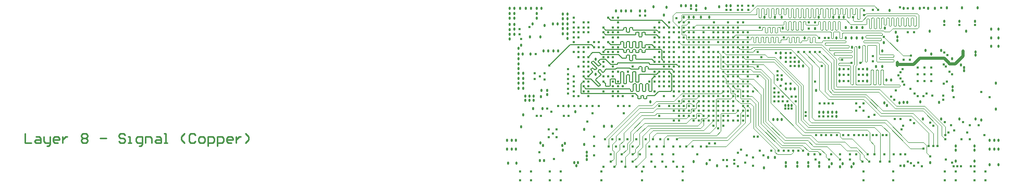
<source format=gbr>
G04 Layer_Physical_Order=8*
G04 Layer_Color=16737945*
%FSLAX24Y24*%
%MOIN*%
%TF.FileFunction,Copper,L8,Inr,Signal*%
%TF.Part,Single*%
G01*
G75*
%TA.AperFunction,Conductor*%
%ADD42C,0.0060*%
%ADD48C,0.0200*%
%TA.AperFunction,NonConductor*%
%ADD55C,0.0100*%
%TA.AperFunction,ViaPad*%
%ADD59C,0.0160*%
%ADD60C,0.0180*%
%TA.AperFunction,TestPad*%
%ADD61C,0.0160*%
%TA.AperFunction,ViaPad*%
%ADD62C,0.0170*%
%TA.AperFunction,Conductor*%
%ADD68C,0.0045*%
%ADD69C,0.0040*%
%ADD70C,0.0064*%
D42*
X9843Y5827D02*
X10118Y6102D01*
X9409Y5827D02*
X9843D01*
X9370Y5787D02*
X9409Y5827D01*
X9370Y5669D02*
Y5787D01*
X9331Y5630D02*
X9370Y5669D01*
X9213Y5630D02*
X9331D01*
X9173Y5669D02*
X9213Y5630D01*
X9173Y5669D02*
Y5787D01*
X9134Y5827D02*
X9173Y5787D01*
X9016Y5827D02*
X9134D01*
X8976Y5787D02*
X9016Y5827D01*
X8976Y5669D02*
Y5787D01*
X8937Y5630D02*
X8976Y5669D01*
X8819Y5630D02*
X8937D01*
X8780Y5669D02*
X8819Y5630D01*
X8780Y5669D02*
Y5787D01*
X8622Y5945D02*
X8780Y5787D01*
X10945Y6142D02*
Y7205D01*
X10906Y6102D02*
X10945Y6142D01*
X10118Y6102D02*
X10906D01*
X5197Y5945D02*
X8622D01*
X8425Y8071D02*
X8465Y8110D01*
X8307Y8071D02*
X8425D01*
X8268Y8110D02*
X8307Y8071D01*
X7520Y7913D02*
X9488D01*
X8465Y8110D02*
Y8386D01*
X8268Y8110D02*
Y8386D01*
X9567Y7835D02*
X11260D01*
X9488Y7913D02*
X9567Y7835D01*
X7441D02*
X7520Y7913D01*
X7047Y7835D02*
X7441D01*
X8346Y7520D02*
X8819D01*
X8268Y7598D02*
X8346Y7520D01*
X7441Y7598D02*
X8268D01*
X7362Y7520D02*
X7441Y7598D01*
X6772Y7520D02*
X7362D01*
X9016Y9606D02*
X9055Y9646D01*
X8898Y9606D02*
X9016D01*
X8858Y9646D02*
X8898Y9606D01*
X9055Y9646D02*
Y9843D01*
X8858Y9646D02*
Y9843D01*
X9291Y9724D02*
X10000D01*
X9252Y9764D02*
X9291Y9724D01*
X9252Y9764D02*
Y9843D01*
X9213Y9882D02*
X9252Y9843D01*
X9094Y9882D02*
X9213D01*
X9055Y9843D02*
X9094Y9882D01*
X8819D02*
X8858Y9843D01*
X8701Y9882D02*
X8819D01*
X8661Y9843D02*
X8701Y9882D01*
X8661Y9764D02*
Y9843D01*
X8622Y9724D02*
X8661Y9764D01*
X6732Y9724D02*
X8622D01*
X8465Y10079D02*
X8504Y10039D01*
X8465Y10079D02*
Y10157D01*
X8425Y10197D02*
X8465Y10157D01*
X8307Y10197D02*
X8425D01*
X8268Y10157D02*
X8307Y10197D01*
X8504Y10039D02*
X10000D01*
X8268Y9921D02*
Y10157D01*
X8268Y9921D02*
X8268D01*
X8228Y9882D02*
X8268Y9921D01*
X8110Y9882D02*
X8228D01*
X8071Y9921D02*
X8110Y9882D01*
X8071Y9921D02*
Y10157D01*
X8031Y10197D02*
X8071Y10157D01*
X7913Y10197D02*
X8031D01*
X7874Y10157D02*
X7913Y10197D01*
X7874Y10079D02*
Y10157D01*
X7835Y10039D02*
X7874Y10079D01*
X6732Y10039D02*
X7835D01*
X8701Y8150D02*
X9685D01*
X8661Y8189D02*
X8701Y8150D01*
X8661Y8189D02*
Y8386D01*
X8622Y8425D02*
X8661Y8386D01*
X8504Y8425D02*
X8622D01*
X8465Y8386D02*
X8504Y8425D01*
X8268Y8386D02*
X8268D01*
X8228Y8425D02*
X8268Y8386D01*
X8110Y8425D02*
X8228D01*
X8071Y8386D02*
X8110Y8425D01*
X8071Y8268D02*
Y8386D01*
X8031Y8228D02*
X8071Y8268D01*
X8031Y8228D02*
Y8228D01*
X7795Y8228D02*
X8031D01*
X7559Y8465D02*
X7795Y8228D01*
X6457Y8465D02*
X7559D01*
X6339Y8583D02*
X6457Y8465D01*
X5906Y8583D02*
X6339D01*
X5630Y8307D02*
X5906Y8583D01*
X10276Y8780D02*
X10315Y8740D01*
X9291Y8780D02*
X10276D01*
X9291Y8780D02*
Y8780D01*
X9252Y8740D02*
X9291Y8780D01*
X9252Y8622D02*
Y8740D01*
X9252Y8622D02*
X9252D01*
X9213Y8583D02*
X9252Y8622D01*
X9094Y8583D02*
X9213D01*
X9055Y8622D02*
X9094Y8583D01*
X9055Y8622D02*
Y8740D01*
X9016Y8780D02*
X9055Y8740D01*
X8898Y8780D02*
X9016D01*
X8898Y8780D02*
Y8780D01*
X8858Y8740D02*
X8898Y8780D01*
X8858Y8622D02*
Y8740D01*
X8819Y8583D02*
X8858Y8622D01*
X8701Y8583D02*
X8819D01*
X8661Y8622D02*
X8701Y8583D01*
X8661Y8622D02*
Y8740D01*
X8622Y8780D02*
X8661Y8740D01*
X8504Y8780D02*
X8622D01*
X8465Y8740D02*
X8504Y8780D01*
X8465Y8622D02*
Y8740D01*
X8425Y8583D02*
X8465Y8622D01*
X8307Y8583D02*
X8425D01*
X8268Y8622D02*
X8307Y8583D01*
X8268Y8622D02*
Y8740D01*
X8228Y8780D02*
X8268Y8740D01*
X8110Y8780D02*
X8228D01*
X8071Y8740D02*
X8110Y8780D01*
X8071Y8622D02*
Y8740D01*
X8031Y8583D02*
X8071Y8622D01*
X7913Y8583D02*
X8031D01*
X7874Y8622D02*
X7913Y8583D01*
X7874Y8622D02*
Y8740D01*
X7835Y8780D02*
X7874Y8740D01*
X6732Y8780D02*
X7835D01*
X9291Y9094D02*
X9685D01*
X9252Y9055D02*
X9291Y9094D01*
X9252Y8937D02*
Y9055D01*
X9252Y8937D02*
X9252D01*
X9213Y8898D02*
X9252Y8937D01*
X9094Y8898D02*
X9213D01*
X9055Y8937D02*
X9094Y8898D01*
X9055Y8937D02*
Y9252D01*
X9016Y9291D02*
X9055Y9252D01*
X8898Y9291D02*
X9016D01*
X8858Y9252D02*
X8898Y9291D01*
X8858Y8937D02*
Y9252D01*
X8819Y8898D02*
X8858Y8937D01*
X8701Y8898D02*
X8819D01*
X8661Y8937D02*
X8701Y8898D01*
X8661Y8937D02*
Y9252D01*
X8622Y9291D02*
X8661Y9252D01*
X8504Y9291D02*
X8622D01*
X8465Y9252D02*
X8504Y9291D01*
X8465Y8937D02*
Y9252D01*
X8425Y8898D02*
X8465Y8937D01*
X8307Y8898D02*
X8425D01*
X8268Y8937D02*
X8307Y8898D01*
X10787Y7362D02*
Y7362D01*
Y7362D02*
X10945Y7205D01*
X10000Y7205D02*
X10157Y7362D01*
X6575Y6732D02*
Y6732D01*
X10945Y7520D02*
X11102Y7362D01*
X11260Y7835D02*
X11417Y7677D01*
X5315Y6417D02*
X5472Y6260D01*
X5315Y7047D02*
X5472Y6890D01*
X7677Y6614D02*
Y7323D01*
X7717Y7362D01*
X7835D01*
X7874Y7323D01*
Y6614D02*
Y7323D01*
X8071Y6614D02*
Y7126D01*
X8110Y7165D01*
X8228D01*
X8268Y7126D01*
Y6732D02*
Y7126D01*
Y6732D02*
X8307Y6693D01*
X8425D01*
X8465Y6732D01*
Y7323D01*
X8504Y7362D01*
X8622D01*
X8661Y7323D01*
Y6732D02*
Y7323D01*
Y6732D02*
X8701Y6693D01*
X8819D01*
X8858Y6732D01*
Y7165D01*
X8898Y7205D01*
X10000D01*
X9685Y8150D02*
X9843Y7992D01*
X6575Y8622D02*
X6732Y8780D01*
X10315Y8150D02*
Y8740D01*
Y8150D02*
X10472Y7992D01*
X8228Y9291D02*
X8268Y9252D01*
X8110Y9291D02*
X8228D01*
X8071Y9252D02*
X8110Y9291D01*
X8071Y8937D02*
Y9252D01*
X8031Y8898D02*
X8071Y8937D01*
X7913Y8898D02*
X8031D01*
X7874Y8937D02*
X7913Y8898D01*
X7874Y8937D02*
Y9252D01*
X7835Y9291D02*
X7874Y9252D01*
X7717Y9291D02*
X7835D01*
X7677Y9252D02*
X7717Y9291D01*
X7677Y9134D02*
Y9252D01*
X7638Y9094D02*
X7677Y9134D01*
X7047Y9094D02*
X7638D01*
X7047D02*
Y9094D01*
X6890Y9252D02*
X7047Y9094D01*
X8268Y8937D02*
Y9252D01*
X9685Y9094D02*
X9843Y8937D01*
X10000Y10039D02*
X10157Y9882D01*
X10000Y9724D02*
X10157Y9567D01*
X6575Y10197D02*
X6732Y10039D01*
X6575Y9882D02*
X6732Y9724D01*
Y9724D02*
Y9724D01*
X10315Y10669D02*
X10787Y10197D01*
X7047Y10669D02*
X10315D01*
X6890Y10827D02*
X7047Y10669D01*
X9252Y6102D02*
X9291Y6142D01*
X9134Y6102D02*
X9252D01*
X9094Y6142D02*
X9134Y6102D01*
X9094Y6142D02*
Y6535D01*
X9055Y6575D02*
X9094Y6535D01*
X8937Y6575D02*
X9055D01*
X8898Y6535D02*
X8937Y6575D01*
X8898Y6142D02*
Y6535D01*
X8858Y6102D02*
X8898Y6142D01*
X8740Y6102D02*
X8858D01*
X8701Y6142D02*
X8740Y6102D01*
X8701Y6142D02*
Y6535D01*
X8661Y6575D02*
X8701Y6535D01*
X8543Y6575D02*
X8661D01*
X8504Y6535D02*
X8543Y6575D01*
X8504Y6142D02*
Y6535D01*
X8465Y6102D02*
X8504Y6142D01*
X8346Y6102D02*
X8465D01*
X8307Y6142D02*
X8346Y6102D01*
X8307Y6142D02*
Y6220D01*
X8268Y6260D02*
X8307Y6220D01*
X5472Y6260D02*
X8268D01*
X9291Y6142D02*
Y6535D01*
X9331Y6575D01*
X9646Y6102D02*
X9685Y6142D01*
X9528Y6102D02*
X9646D01*
X9488Y6142D02*
X9528Y6102D01*
X9488Y6142D02*
Y6535D01*
X9449Y6575D02*
X9488Y6535D01*
X9331Y6575D02*
X9449D01*
X9685Y6142D02*
Y6890D01*
X9843Y7047D01*
X5472Y6890D02*
X5787D01*
X6260Y6417D01*
X6102Y6811D02*
X6378Y6535D01*
X6102Y6811D02*
Y6850D01*
X6417Y7165D01*
Y7205D01*
X6260Y7362D02*
X6417Y7205D01*
X6260Y7362D02*
Y7402D01*
X6339Y7480D01*
X6378D01*
X6535Y7323D01*
X6575D01*
X6772Y7520D01*
X8819D02*
X8858Y7559D01*
Y7638D01*
X8898Y7677D01*
X9016D01*
X9055Y7638D01*
Y7402D02*
Y7638D01*
Y7402D02*
X9094Y7362D01*
X9213D01*
X9252Y7402D01*
X9252D01*
Y7638D01*
X9291Y7677D01*
X9409D01*
X9449Y7638D01*
Y7559D02*
Y7638D01*
Y7559D02*
X9488Y7520D01*
X10945D01*
X6260Y6417D02*
X6299D01*
X6378Y6496D01*
Y6535D01*
X5630Y7047D02*
X5906Y7323D01*
Y7362D01*
X5787Y7480D02*
X5906Y7362D01*
X5787Y7480D02*
Y7520D01*
X5866Y7598D01*
X5906D01*
X6024Y7480D01*
X6063D01*
X6142Y7559D01*
Y7598D01*
X5827Y7913D02*
X6142Y7598D01*
X5827Y7913D02*
Y7953D01*
X5906Y8031D01*
X5945D01*
X6260Y7717D01*
X6299D01*
Y7717D01*
X6417Y7835D01*
X6260Y7992D02*
X6417Y7835D01*
X6260Y7992D02*
Y8031D01*
X6378Y8150D01*
X6732D01*
X7047Y7835D01*
X7874Y6614D02*
X7913Y6575D01*
X8031D01*
X8071Y6614D01*
X7047Y6890D02*
X7323D01*
X7362Y6850D01*
Y6614D02*
Y6850D01*
Y6614D02*
X7402Y6575D01*
X7638D01*
X7677Y6614D01*
X6575Y6732D02*
X6732Y6575D01*
Y6457D02*
Y6575D01*
Y6457D02*
X6772Y6417D01*
X6969D01*
X7008Y6457D01*
Y6850D01*
X7047Y6890D01*
X5315Y6732D02*
X5315D01*
X5157Y6575D02*
X5315Y6732D01*
X5157Y5984D02*
Y6575D01*
Y5984D02*
X5197Y5945D01*
D48*
X29587Y8504D02*
Y8701D01*
X28740Y7874D02*
X29094D01*
X28661Y7953D02*
X28740Y7874D01*
X28661Y7953D02*
X28661D01*
X28386Y8228D02*
X28661Y7953D01*
X26811Y8228D02*
X28386D01*
X25394Y7756D02*
Y7835D01*
X26417D02*
X26811Y8228D01*
X25394Y7835D02*
Y7953D01*
X29094Y7874D02*
X29587Y8366D01*
Y8504D01*
X25394Y7835D02*
X26417D01*
D55*
X-30400Y3400D02*
Y2800D01*
X-30000D01*
X-29700Y3200D02*
X-29500D01*
X-29400Y3100D01*
Y2800D01*
X-29700D01*
X-29800Y2900D01*
X-29700Y3000D01*
X-29400D01*
X-29200Y3200D02*
Y2900D01*
X-29100Y2800D01*
X-28801D01*
Y2700D01*
X-28900Y2600D01*
X-29000D01*
X-28801Y2800D02*
Y3200D01*
X-28301Y2800D02*
X-28501D01*
X-28601Y2900D01*
Y3100D01*
X-28501Y3200D01*
X-28301D01*
X-28201Y3100D01*
Y3000D01*
X-28601D01*
X-28001Y3200D02*
Y2800D01*
Y3000D01*
X-27901Y3100D01*
X-27801Y3200D01*
X-27701D01*
X-26801Y3300D02*
X-26701Y3400D01*
X-26501D01*
X-26401Y3300D01*
Y3200D01*
X-26501Y3100D01*
X-26401Y3000D01*
Y2900D01*
X-26501Y2800D01*
X-26701D01*
X-26801Y2900D01*
Y3000D01*
X-26701Y3100D01*
X-26801Y3200D01*
Y3300D01*
X-26701Y3100D02*
X-26501D01*
X-25602D02*
X-25202D01*
X-24002Y3300D02*
X-24102Y3400D01*
X-24302D01*
X-24402Y3300D01*
Y3200D01*
X-24302Y3100D01*
X-24102D01*
X-24002Y3000D01*
Y2900D01*
X-24102Y2800D01*
X-24302D01*
X-24402Y2900D01*
X-23802Y2800D02*
X-23602D01*
X-23702D01*
Y3200D01*
X-23802D01*
X-23102Y2600D02*
X-23002D01*
X-22902Y2700D01*
Y3200D01*
X-23202D01*
X-23302Y3100D01*
Y2900D01*
X-23202Y2800D01*
X-22902D01*
X-22702D02*
Y3200D01*
X-22403D01*
X-22303Y3100D01*
Y2800D01*
X-22003Y3200D02*
X-21803D01*
X-21703Y3100D01*
Y2800D01*
X-22003D01*
X-22103Y2900D01*
X-22003Y3000D01*
X-21703D01*
X-21503Y2800D02*
X-21303D01*
X-21403D01*
Y3400D01*
X-21503D01*
X-20203Y2800D02*
X-20403Y3000D01*
Y3200D01*
X-20203Y3400D01*
X-19504Y3300D02*
X-19603Y3400D01*
X-19803D01*
X-19903Y3300D01*
Y2900D01*
X-19803Y2800D01*
X-19603D01*
X-19504Y2900D01*
X-19204Y2800D02*
X-19004D01*
X-18904Y2900D01*
Y3100D01*
X-19004Y3200D01*
X-19204D01*
X-19304Y3100D01*
Y2900D01*
X-19204Y2800D01*
X-18704Y2600D02*
Y3200D01*
X-18404D01*
X-18304Y3100D01*
Y2900D01*
X-18404Y2800D01*
X-18704D01*
X-18104Y2600D02*
Y3200D01*
X-17804D01*
X-17704Y3100D01*
Y2900D01*
X-17804Y2800D01*
X-18104D01*
X-17204D02*
X-17404D01*
X-17504Y2900D01*
Y3100D01*
X-17404Y3200D01*
X-17204D01*
X-17104Y3100D01*
Y3000D01*
X-17504D01*
X-16904Y3200D02*
Y2800D01*
Y3000D01*
X-16804Y3100D01*
X-16704Y3200D01*
X-16604D01*
X-16305Y2800D02*
X-16105Y3000D01*
Y3200D01*
X-16305Y3400D01*
D59*
X25591Y2047D02*
D03*
X25906D02*
D03*
X25157D02*
D03*
X22913Y3307D02*
D03*
X22638D02*
D03*
X22244D02*
D03*
X21929D02*
D03*
X21535D02*
D03*
X21142D02*
D03*
X20827D02*
D03*
X20512D02*
D03*
X20197D02*
D03*
X21024Y1732D02*
D03*
X17323Y2283D02*
D03*
X17795D02*
D03*
X18110D02*
D03*
X18425D02*
D03*
X18740D02*
D03*
X19055D02*
D03*
X19370D02*
D03*
X20079Y2047D02*
D03*
X20157Y1732D02*
D03*
X20472Y2047D02*
D03*
X21142D02*
D03*
X21732Y1732D02*
D03*
X22362Y2047D02*
D03*
Y1732D02*
D03*
X21732Y2047D02*
D03*
X22756D02*
D03*
X23504D02*
D03*
X23583Y1575D02*
D03*
X23150D02*
D03*
X24291D02*
D03*
X24567Y2047D02*
D03*
X23937D02*
D03*
X24882Y1575D02*
D03*
X16811Y2008D02*
D03*
X16575Y2283D02*
D03*
X15748Y2008D02*
D03*
X16142Y1850D02*
D03*
X13189Y2559D02*
D03*
X13346Y2756D02*
D03*
X12598Y2047D02*
D03*
X12835Y2559D02*
D03*
X11496D02*
D03*
X11693Y1260D02*
D03*
X11890Y2559D02*
D03*
X12283D02*
D03*
X11299Y3031D02*
D03*
X11063Y2047D02*
D03*
Y2559D02*
D03*
X10354Y2047D02*
D03*
X9646D02*
D03*
X8937D02*
D03*
X8701Y3031D02*
D03*
X8465Y2559D02*
D03*
Y2047D02*
D03*
X7756D02*
D03*
X7047D02*
D03*
X10472Y2559D02*
D03*
X10000D02*
D03*
X9528D02*
D03*
X7874D02*
D03*
X7402D02*
D03*
X6929D02*
D03*
X30748Y6063D02*
D03*
X30591Y3937D02*
D03*
X30945Y3307D02*
D03*
X22559Y10866D02*
D03*
X23031Y7913D02*
D03*
X21870Y8110D02*
D03*
X22441Y7913D02*
D03*
X12047Y10512D02*
D03*
X11732D02*
D03*
Y9882D02*
D03*
X11417Y9252D02*
D03*
X23268Y11299D02*
D03*
Y10984D02*
D03*
X12362Y10197D02*
D03*
X11417Y10512D02*
D03*
X23819Y8031D02*
D03*
Y8346D02*
D03*
X24173Y11339D02*
D03*
X26063Y9882D02*
D03*
X26457D02*
D03*
Y4055D02*
D03*
X26220Y4252D02*
D03*
X27677Y3898D02*
D03*
X27480Y4094D02*
D03*
X29606Y4134D02*
D03*
X28819Y3937D02*
D03*
X28425Y4134D02*
D03*
X30039Y3937D02*
D03*
X25591Y4331D02*
D03*
X15197Y2165D02*
D03*
X11417Y4213D02*
D03*
X24528Y9606D02*
D03*
X16220Y3189D02*
D03*
X16457D02*
D03*
X14961Y1457D02*
D03*
X27953Y2598D02*
D03*
X27402D02*
D03*
X27677D02*
D03*
X23819Y3307D02*
D03*
X23425D02*
D03*
X23189D02*
D03*
X24449D02*
D03*
X24055D02*
D03*
X24685D02*
D03*
X9843Y9882D02*
D03*
X11732Y5787D02*
D03*
X19528Y4764D02*
D03*
Y4528D02*
D03*
X11102Y9252D02*
D03*
X26063Y11417D02*
D03*
X19409Y8622D02*
D03*
X19803D02*
D03*
X20118D02*
D03*
X20433D02*
D03*
X19055D02*
D03*
X25669Y3661D02*
D03*
X28661Y3465D02*
D03*
X16457Y8622D02*
D03*
X15512Y8937D02*
D03*
X15827D02*
D03*
X14567Y8307D02*
D03*
X14882Y7992D02*
D03*
X14567D02*
D03*
X14882Y8307D02*
D03*
Y7677D02*
D03*
X15197Y8307D02*
D03*
X15512D02*
D03*
X15827D02*
D03*
X15197Y7677D02*
D03*
X16457D02*
D03*
X16142Y7992D02*
D03*
X16457Y7047D02*
D03*
X14252Y7992D02*
D03*
X15827Y7677D02*
D03*
Y7992D02*
D03*
X15512Y7677D02*
D03*
X13937Y8622D02*
D03*
X14567Y7677D02*
D03*
X15197Y7362D02*
D03*
X13937Y7992D02*
D03*
X14252Y7677D02*
D03*
X15827Y7047D02*
D03*
X14882Y7362D02*
D03*
Y7047D02*
D03*
X27047Y2441D02*
D03*
X15827Y8622D02*
D03*
X14882D02*
D03*
X15197D02*
D03*
X14567D02*
D03*
X15197Y9252D02*
D03*
X15512D02*
D03*
Y8622D02*
D03*
X26457Y1339D02*
D03*
X26732Y1535D02*
D03*
X26969Y1299D02*
D03*
X28465Y3031D02*
D03*
Y3307D02*
D03*
X28504Y1732D02*
D03*
X31299Y5709D02*
D03*
X11732Y9567D02*
D03*
X12047Y8937D02*
D03*
X12677Y9567D02*
D03*
Y9252D02*
D03*
X29843Y3465D02*
D03*
X29488Y3031D02*
D03*
X29016Y3583D02*
D03*
X13937Y9567D02*
D03*
Y10197D02*
D03*
X14252D02*
D03*
X14567Y10512D02*
D03*
X30039Y3031D02*
D03*
X20748Y9528D02*
D03*
X15197Y9882D02*
D03*
Y9567D02*
D03*
X14567Y10197D02*
D03*
X13622Y9882D02*
D03*
Y10197D02*
D03*
X14252Y9567D02*
D03*
X14882Y8937D02*
D03*
X15197D02*
D03*
X15827Y9882D02*
D03*
X18110Y9567D02*
D03*
X14882D02*
D03*
X20394Y9528D02*
D03*
X14567Y9567D02*
D03*
X13937Y9882D02*
D03*
X12047D02*
D03*
X13740Y2756D02*
D03*
X14488Y1693D02*
D03*
Y1299D02*
D03*
X14252Y1693D02*
D03*
X13386D02*
D03*
X15827Y5157D02*
D03*
X15512D02*
D03*
X15827Y6102D02*
D03*
Y6417D02*
D03*
X15512Y6102D02*
D03*
X15197Y6417D02*
D03*
X14567Y5157D02*
D03*
X15512Y4213D02*
D03*
X15197D02*
D03*
X15512Y4843D02*
D03*
Y4528D02*
D03*
X15197D02*
D03*
Y4843D02*
D03*
X14567Y4528D02*
D03*
Y4843D02*
D03*
X14882Y5787D02*
D03*
X14252Y4843D02*
D03*
Y4528D02*
D03*
X13937Y3740D02*
D03*
X13622Y5157D02*
D03*
Y3898D02*
D03*
Y4213D02*
D03*
X12992Y4843D02*
D03*
X12992Y5157D02*
D03*
Y4213D02*
D03*
X13307Y4528D02*
D03*
X12992D02*
D03*
X12362D02*
D03*
X12047D02*
D03*
X12677Y5472D02*
D03*
X11417Y4843D02*
D03*
Y4528D02*
D03*
X12362Y5157D02*
D03*
X8110Y3031D02*
D03*
X7638D02*
D03*
X7165D02*
D03*
X6693D02*
D03*
X14252Y5472D02*
D03*
X13937Y5787D02*
D03*
Y4843D02*
D03*
X13622D02*
D03*
Y5472D02*
D03*
X16575Y10197D02*
D03*
X25276Y6142D02*
D03*
X14567Y8937D02*
D03*
X19724Y10118D02*
D03*
X20118Y10512D02*
D03*
X19724D02*
D03*
X14252Y6102D02*
D03*
X13622Y4528D02*
D03*
Y5787D02*
D03*
X13307D02*
D03*
X12677D02*
D03*
X11417Y5472D02*
D03*
X11102Y5157D02*
D03*
X9173Y1260D02*
D03*
X9882D02*
D03*
X9646Y1575D02*
D03*
X10354D02*
D03*
X10591Y1260D02*
D03*
X11063Y1575D02*
D03*
X11299Y1260D02*
D03*
X8701D02*
D03*
X8465Y1575D02*
D03*
X7992Y1260D02*
D03*
X7756Y1575D02*
D03*
X7047D02*
D03*
X7283Y1260D02*
D03*
X6575D02*
D03*
X10787Y5157D02*
D03*
X10157Y4528D02*
D03*
X11102Y4213D02*
D03*
X11417Y5157D02*
D03*
X13307Y6417D02*
D03*
X15197Y10512D02*
D03*
X13307Y10197D02*
D03*
X10157Y5157D02*
D03*
X4331Y7520D02*
D03*
Y7205D02*
D03*
Y6890D02*
D03*
Y6575D02*
D03*
Y6260D02*
D03*
Y5945D02*
D03*
X11102Y10197D02*
D03*
X6575Y9567D02*
D03*
X5315Y6732D02*
D03*
X10787Y7362D02*
D03*
Y7047D02*
D03*
X10472D02*
D03*
X10157Y6417D02*
D03*
X10787Y7677D02*
D03*
X11102Y6732D02*
D03*
X8465Y7677D02*
D03*
X5315Y6102D02*
D03*
X10787Y7992D02*
D03*
X10157Y7362D02*
D03*
X9843Y7047D02*
D03*
X5315Y6417D02*
D03*
X11102Y7362D02*
D03*
X5315Y7047D02*
D03*
X11417Y6417D02*
D03*
X8465Y5787D02*
D03*
X10472D02*
D03*
X11102D02*
D03*
X9843Y6732D02*
D03*
X10157D02*
D03*
X13307Y5472D02*
D03*
X15512Y6732D02*
D03*
X12047Y8307D02*
D03*
X12362Y8937D02*
D03*
X11732D02*
D03*
X15669Y1535D02*
D03*
X16142Y1339D02*
D03*
X15197Y1299D02*
D03*
X12992Y8937D02*
D03*
X12677Y6417D02*
D03*
X12362D02*
D03*
X12677Y6102D02*
D03*
X12047Y6417D02*
D03*
X12362Y7677D02*
D03*
X12677Y7362D02*
D03*
X11732Y6417D02*
D03*
X5000Y9882D02*
D03*
Y9567D02*
D03*
X7205Y9252D02*
D03*
X7520Y8937D02*
D03*
Y8622D02*
D03*
X10472Y6732D02*
D03*
X11102Y7047D02*
D03*
X10157D02*
D03*
X10787Y9252D02*
D03*
X7835Y5787D02*
D03*
X11102Y6417D02*
D03*
X5315Y7362D02*
D03*
X5000Y7677D02*
D03*
X9528Y6732D02*
D03*
X11102Y6102D02*
D03*
X10787Y6732D02*
D03*
X8150Y7362D02*
D03*
X10787Y8307D02*
D03*
Y8937D02*
D03*
X11417Y8307D02*
D03*
Y7992D02*
D03*
Y7677D02*
D03*
X7205Y8937D02*
D03*
X10787Y8622D02*
D03*
X5315Y8937D02*
D03*
X5630D02*
D03*
X10157Y8307D02*
D03*
X10472D02*
D03*
Y7992D02*
D03*
X10157D02*
D03*
X5000Y8937D02*
D03*
X5630Y8307D02*
D03*
X9843Y7992D02*
D03*
Y8307D02*
D03*
X6575Y8622D02*
D03*
X5630Y9252D02*
D03*
X10157D02*
D03*
X5315Y8622D02*
D03*
X6890Y9252D02*
D03*
X9843Y8937D02*
D03*
X9528D02*
D03*
X6575D02*
D03*
X10157Y8937D02*
D03*
X10472Y8937D02*
D03*
X11102D02*
D03*
X6890Y8307D02*
D03*
X5630Y9882D02*
D03*
X9843Y10197D02*
D03*
X10157Y9882D02*
D03*
Y9567D02*
D03*
X10472Y9252D02*
D03*
X6890Y10827D02*
D03*
X10787Y10197D02*
D03*
X5630Y10512D02*
D03*
X10157D02*
D03*
X6575Y10197D02*
D03*
Y9882D02*
D03*
X6890D02*
D03*
X5630Y10197D02*
D03*
X9843Y9567D02*
D03*
X5315Y10512D02*
D03*
X10787D02*
D03*
X5315Y9882D02*
D03*
X9843Y9252D02*
D03*
X7205Y10197D02*
D03*
X7835Y6417D02*
D03*
X9843Y7362D02*
D03*
X4055Y4528D02*
D03*
X4370D02*
D03*
X2992Y5000D02*
D03*
X5551Y4173D02*
D03*
X12362Y5472D02*
D03*
X11732Y5157D02*
D03*
Y4843D02*
D03*
X12677Y5157D02*
D03*
X2598Y4528D02*
D03*
X2323D02*
D03*
X12362Y4213D02*
D03*
X12677D02*
D03*
X11732Y4528D02*
D03*
X11102Y4843D02*
D03*
X7874Y4685D02*
D03*
X12047Y5157D02*
D03*
X5906Y4685D02*
D03*
X3701Y5157D02*
D03*
X11732Y9252D02*
D03*
X11260Y10787D02*
D03*
X1339Y9449D02*
D03*
X15197Y10197D02*
D03*
X15512Y9882D02*
D03*
X12992Y9567D02*
D03*
X25709Y7520D02*
D03*
X25591Y7323D02*
D03*
X25709Y6732D02*
D03*
X25827Y6535D02*
D03*
X25591Y6929D02*
D03*
X26220Y6260D02*
D03*
X14252Y9252D02*
D03*
Y8937D02*
D03*
X27244Y5945D02*
D03*
X27047Y5787D02*
D03*
X26693D02*
D03*
X26496Y5945D02*
D03*
X13937Y9252D02*
D03*
X12362Y9882D02*
D03*
X11102D02*
D03*
X12992Y9252D02*
D03*
X14882Y10197D02*
D03*
X15512Y10512D02*
D03*
X25472Y7126D02*
D03*
X14882Y9882D02*
D03*
X9291Y3031D02*
D03*
X9764D02*
D03*
X10236D02*
D03*
X10709D02*
D03*
X13307Y4213D02*
D03*
X14252D02*
D03*
X28346Y6575D02*
D03*
X28543Y6732D02*
D03*
X28346Y7835D02*
D03*
X14252Y5787D02*
D03*
X14567Y5472D02*
D03*
X14882D02*
D03*
X13937Y4213D02*
D03*
Y4528D02*
D03*
X14252Y5157D02*
D03*
X14567Y4213D02*
D03*
X14882D02*
D03*
X14252Y3898D02*
D03*
X26260Y8386D02*
D03*
X26181Y8110D02*
D03*
X25787D02*
D03*
X27638Y5827D02*
D03*
X28307Y5551D02*
D03*
Y5827D02*
D03*
X28976Y5709D02*
D03*
X11417Y10197D02*
D03*
X12992Y9882D02*
D03*
X13307Y9567D02*
D03*
X30354Y10344D02*
D03*
X29370D02*
D03*
X28386D02*
D03*
Y8583D02*
D03*
X28583Y8425D02*
D03*
X28502Y7679D02*
D03*
X28740Y7362D02*
D03*
X28896Y7207D02*
D03*
X12992Y10197D02*
D03*
X30315Y1299D02*
D03*
X30079D02*
D03*
X12677Y8937D02*
D03*
X28898Y1535D02*
D03*
X29449Y1299D02*
D03*
X29213D02*
D03*
X28976D02*
D03*
X25591Y1339D02*
D03*
X26063Y1575D02*
D03*
X15827Y5472D02*
D03*
X15197Y5787D02*
D03*
Y6102D02*
D03*
X14567Y5787D02*
D03*
X15512Y6417D02*
D03*
X14252D02*
D03*
X14567D02*
D03*
X14882D02*
D03*
X15827Y5787D02*
D03*
X16142Y6102D02*
D03*
X14567Y6732D02*
D03*
X14882D02*
D03*
X14252D02*
D03*
Y7047D02*
D03*
X15197Y6732D02*
D03*
Y7047D02*
D03*
X15827Y6732D02*
D03*
X13937Y7047D02*
D03*
X14252Y7362D02*
D03*
Y8622D02*
D03*
X26260Y1496D02*
D03*
X25748Y3898D02*
D03*
X16693Y8307D02*
D03*
X25236Y4331D02*
D03*
X20984Y9528D02*
D03*
X20118Y6732D02*
D03*
X23937Y4606D02*
D03*
X13307Y6732D02*
D03*
X11417D02*
D03*
Y7362D02*
D03*
Y7047D02*
D03*
X13622Y9567D02*
D03*
X12992Y7992D02*
D03*
X12677Y7677D02*
D03*
X13622Y7992D02*
D03*
X12992Y7677D02*
D03*
X13307Y7992D02*
D03*
Y7677D02*
D03*
Y7362D02*
D03*
X12992Y7047D02*
D03*
X12047D02*
D03*
X12362D02*
D03*
X12677D02*
D03*
X12992Y7362D02*
D03*
X12362Y7992D02*
D03*
X13661Y10512D02*
D03*
X15394Y2362D02*
D03*
X27480Y1929D02*
D03*
X11417Y8937D02*
D03*
X14961Y1693D02*
D03*
X3268Y4803D02*
D03*
X20551Y7717D02*
D03*
D60*
X21024Y1260D02*
D03*
X17992Y10866D02*
D03*
X23150Y10197D02*
D03*
X22795D02*
D03*
X22441D02*
D03*
X22087D02*
D03*
X23150Y9528D02*
D03*
X22795D02*
D03*
X22441D02*
D03*
X22087D02*
D03*
X22953Y8937D02*
D03*
X22480D02*
D03*
X21299Y10866D02*
D03*
X21654D02*
D03*
X21969D02*
D03*
X24409Y8701D02*
D03*
Y7677D02*
D03*
X24016D02*
D03*
X20354Y10866D02*
D03*
X29803Y9961D02*
D03*
X27441D02*
D03*
X27205Y8740D02*
D03*
X30394Y4331D02*
D03*
X29370D02*
D03*
X28189D02*
D03*
X27008D02*
D03*
X30748Y4252D02*
D03*
X26870Y5413D02*
D03*
X28071Y5394D02*
D03*
X25787D02*
D03*
X26024D02*
D03*
X19685Y1535D02*
D03*
X20394Y1299D02*
D03*
X19685D02*
D03*
X18976D02*
D03*
X18268D02*
D03*
X16850Y1181D02*
D03*
X11563Y11575D02*
D03*
X24882Y11299D02*
D03*
X14449Y11575D02*
D03*
X14724D02*
D03*
X11850D02*
D03*
X12520D02*
D03*
Y11339D02*
D03*
X29370Y10600D02*
D03*
X29587Y8701D02*
D03*
X29646Y7441D02*
D03*
X30394Y8628D02*
D03*
X17717Y4291D02*
D03*
X17441D02*
D03*
X2598Y5748D02*
D03*
X2126Y5512D02*
D03*
Y5787D02*
D03*
X1575D02*
D03*
Y5512D02*
D03*
X1850D02*
D03*
X31378Y9528D02*
D03*
Y8976D02*
D03*
Y10079D02*
D03*
X31850Y9528D02*
D03*
Y8976D02*
D03*
Y10079D02*
D03*
Y2953D02*
D03*
Y1378D02*
D03*
Y2402D02*
D03*
X31575D02*
D03*
X31299Y2953D02*
D03*
X31575D02*
D03*
X31299Y1378D02*
D03*
Y2402D02*
D03*
X433D02*
D03*
Y2953D02*
D03*
X474Y1500D02*
D03*
X984Y2953D02*
D03*
X709Y2402D02*
D03*
X984D02*
D03*
X709Y2953D02*
D03*
X1026Y1500D02*
D03*
X20197Y6142D02*
D03*
X18819Y6260D02*
D03*
X18543D02*
D03*
X18268D02*
D03*
X17717Y6850D02*
D03*
X17992D02*
D03*
X17913Y8268D02*
D03*
Y8543D02*
D03*
X18622Y5197D02*
D03*
X18425D02*
D03*
X18228D02*
D03*
X23465Y7165D02*
D03*
Y6772D02*
D03*
Y7520D02*
D03*
X21693D02*
D03*
Y7165D02*
D03*
Y6772D02*
D03*
X24606Y10157D02*
D03*
X16890Y10866D02*
D03*
X1457Y7244D02*
D03*
Y6929D02*
D03*
Y6614D02*
D03*
Y6299D02*
D03*
X1142D02*
D03*
Y6614D02*
D03*
Y6929D02*
D03*
Y7244D02*
D03*
Y7559D02*
D03*
Y7874D02*
D03*
Y8189D02*
D03*
Y8504D02*
D03*
X3386Y8701D02*
D03*
X3071D02*
D03*
X1417Y8504D02*
D03*
X591Y10787D02*
D03*
Y11102D02*
D03*
Y11417D02*
D03*
Y9449D02*
D03*
Y9764D02*
D03*
Y10065D02*
D03*
Y10394D02*
D03*
X2047Y10433D02*
D03*
X1260Y11417D02*
D03*
X1614D02*
D03*
X1969D02*
D03*
X2638D02*
D03*
X2323D02*
D03*
Y11102D02*
D03*
Y10787D02*
D03*
X906Y11417D02*
D03*
Y11102D02*
D03*
Y10787D02*
D03*
X4291Y9488D02*
D03*
X3976Y11063D02*
D03*
X9252Y11260D02*
D03*
X21496Y4488D02*
D03*
Y4764D02*
D03*
X21220D02*
D03*
X20394Y1535D02*
D03*
X18976D02*
D03*
X18268D02*
D03*
X19685Y2047D02*
D03*
X17559Y1850D02*
D03*
X17126D02*
D03*
X25827Y1339D02*
D03*
X27480Y1535D02*
D03*
X25512Y5354D02*
D03*
X25787Y11417D02*
D03*
X26378D02*
D03*
X27362D02*
D03*
X30354Y10600D02*
D03*
X19449Y9528D02*
D03*
X25394Y9606D02*
D03*
Y9370D02*
D03*
X29449Y7795D02*
D03*
X13110Y11417D02*
D03*
X13858Y1339D02*
D03*
X13189Y1457D02*
D03*
X12362Y1575D02*
D03*
X20118Y10118D02*
D03*
X6614Y3858D02*
D03*
X7126D02*
D03*
X5354Y2677D02*
D03*
X1339Y3819D02*
D03*
X2520Y1654D02*
D03*
X2795D02*
D03*
X1929Y8504D02*
D03*
X1850Y5787D02*
D03*
X2638Y6142D02*
D03*
X9606Y5433D02*
D03*
X6102Y7205D02*
D03*
X4843Y1339D02*
D03*
X4961Y1535D02*
D03*
X4724D02*
D03*
X5512Y1732D02*
D03*
Y1969D02*
D03*
Y2205D02*
D03*
X2717Y2638D02*
D03*
X2559Y2795D02*
D03*
X4118Y2772D02*
D03*
X3971Y2632D02*
D03*
X3976Y2323D02*
D03*
X2992Y6142D02*
D03*
Y5906D02*
D03*
X6102Y8150D02*
D03*
X5354Y3661D02*
D03*
X4803Y4803D02*
D03*
X2677Y5000D02*
D03*
X2087D02*
D03*
X1457Y4606D02*
D03*
X4370Y5157D02*
D03*
X9803Y11535D02*
D03*
X10630Y11496D02*
D03*
X2756Y8701D02*
D03*
X1339Y9055D02*
D03*
X2559Y9606D02*
D03*
X906Y10394D02*
D03*
Y10079D02*
D03*
Y9764D02*
D03*
X1890Y9606D02*
D03*
X1142Y8858D02*
D03*
X3346Y10433D02*
D03*
X3661D02*
D03*
X3976D02*
D03*
Y10748D02*
D03*
Y10118D02*
D03*
X2835Y10315D02*
D03*
X12047Y10866D02*
D03*
X12362D02*
D03*
X11732D02*
D03*
X12835D02*
D03*
X13982Y11530D02*
D03*
X27559Y8504D02*
D03*
X28189Y8740D02*
D03*
X28898Y8189D02*
D03*
X29587Y8504D02*
D03*
X29646Y7638D02*
D03*
X28937Y6378D02*
D03*
Y6142D02*
D03*
X30394Y8425D02*
D03*
X24528Y9213D02*
D03*
X25276Y9882D02*
D03*
X28543Y11457D02*
D03*
X29528D02*
D03*
X30512D02*
D03*
X28386Y10600D02*
D03*
X27795Y11417D02*
D03*
X17559Y10866D02*
D03*
X26811Y11417D02*
D03*
X30325Y1614D02*
D03*
X30315Y2323D02*
D03*
X29134Y2598D02*
D03*
X30315D02*
D03*
X29134Y2323D02*
D03*
X29124Y1614D02*
D03*
X22441Y1260D02*
D03*
X21732D02*
D03*
X21890Y1457D02*
D03*
X22598D02*
D03*
X21181D02*
D03*
X21496Y9528D02*
D03*
X24567Y5354D02*
D03*
X20945Y4764D02*
D03*
X20669D02*
D03*
X20394D02*
D03*
X8346Y11260D02*
D03*
X8031D02*
D03*
X7717D02*
D03*
X7402D02*
D03*
X3976Y9803D02*
D03*
X4291D02*
D03*
Y10118D02*
D03*
Y10433D02*
D03*
Y10748D02*
D03*
Y11063D02*
D03*
X8937Y11260D02*
D03*
X13346Y10866D02*
D03*
X18071Y10157D02*
D03*
X25000Y6811D02*
D03*
X24685D02*
D03*
X24724Y5197D02*
D03*
X3701Y8701D02*
D03*
X10472Y10984D02*
D03*
X19094Y7992D02*
D03*
Y7717D02*
D03*
X19370D02*
D03*
X17992Y4291D02*
D03*
X12205Y11575D02*
D03*
X31693Y4961D02*
D03*
Y6614D02*
D03*
D61*
X23819Y11339D02*
D03*
X23543Y4449D02*
D03*
D62*
X31024Y394D02*
D03*
X30315D02*
D03*
X29134D02*
D03*
X28425D02*
D03*
X25118D02*
D03*
X23228D02*
D03*
X1260D02*
D03*
X1969D02*
D03*
X3150D02*
D03*
X3858D02*
D03*
X6457D02*
D03*
X9055D02*
D03*
X11654D02*
D03*
X16142Y11575D02*
D03*
X15197D02*
D03*
X15472D02*
D03*
Y11339D02*
D03*
X15197D02*
D03*
X14724D02*
D03*
X14449D02*
D03*
X15866Y11575D02*
D03*
Y11339D02*
D03*
X9843Y6102D02*
D03*
X25197Y5551D02*
D03*
X25000Y5748D02*
D03*
X28189Y11457D02*
D03*
X27087D02*
D03*
X25551Y11496D02*
D03*
X5906Y5157D02*
D03*
X5512D02*
D03*
X5118D02*
D03*
X4724D02*
D03*
X8268D02*
D03*
X7874D02*
D03*
X7520D02*
D03*
X26693Y7638D02*
D03*
Y7205D02*
D03*
Y6772D02*
D03*
X27126D02*
D03*
Y7638D02*
D03*
X27559D02*
D03*
Y7205D02*
D03*
Y6772D02*
D03*
X27126Y7205D02*
D03*
X22992Y5079D02*
D03*
X22756Y5315D02*
D03*
Y4843D02*
D03*
X23228D02*
D03*
Y5315D02*
D03*
X2205Y6890D02*
D03*
Y7244D02*
D03*
X2835Y6850D02*
D03*
Y7244D02*
D03*
X2520Y7047D02*
D03*
X5984Y2008D02*
D03*
Y2598D02*
D03*
Y3189D02*
D03*
Y9252D02*
D03*
X6299D02*
D03*
X21220Y4488D02*
D03*
X20945D02*
D03*
X20669D02*
D03*
X20394D02*
D03*
X11732Y6102D02*
D03*
X11417D02*
D03*
X11102Y8628D02*
D03*
X18543Y6575D02*
D03*
X17717Y7402D02*
D03*
X17992Y7126D02*
D03*
X17717D02*
D03*
X18268Y6575D02*
D03*
X17638Y8543D02*
D03*
X17913Y6457D02*
D03*
X18622Y5000D02*
D03*
X18425D02*
D03*
X18228D02*
D03*
X18898Y5472D02*
D03*
Y5748D02*
D03*
X18622D02*
D03*
X18346Y5472D02*
D03*
X18071Y5748D02*
D03*
Y5472D02*
D03*
X17795D02*
D03*
Y5748D02*
D03*
Y6024D02*
D03*
X17520Y5472D02*
D03*
Y5748D02*
D03*
Y6024D02*
D03*
Y6299D02*
D03*
X23189Y6772D02*
D03*
X22913D02*
D03*
Y7520D02*
D03*
X23189D02*
D03*
Y7165D02*
D03*
X22913D02*
D03*
X22244Y7520D02*
D03*
X21969D02*
D03*
Y6772D02*
D03*
X22244Y7165D02*
D03*
X21969D02*
D03*
X22244Y6772D02*
D03*
X2480Y2205D02*
D03*
X1220Y9764D02*
D03*
Y10079D02*
D03*
X1850Y10236D02*
D03*
X8937Y10945D02*
D03*
X9252D02*
D03*
X12205Y11378D02*
D03*
X21260Y5315D02*
D03*
X20433D02*
D03*
X20709D02*
D03*
X20984D02*
D03*
X15512Y7362D02*
D03*
X23228Y945D02*
D03*
X25118D02*
D03*
X14567Y6102D02*
D03*
X14882D02*
D03*
X12992D02*
D03*
X11654Y945D02*
D03*
X9055D02*
D03*
X6457D02*
D03*
X3150D02*
D03*
X1969D02*
D03*
X1260D02*
D03*
X3110Y7756D02*
D03*
X5984Y8937D02*
D03*
X5000Y5787D02*
D03*
X6299Y8937D02*
D03*
X5630Y6417D02*
D03*
X6575Y7677D02*
D03*
X5630Y6732D02*
D03*
X6575D02*
D03*
Y7047D02*
D03*
X6890Y7047D02*
D03*
X5630Y7677D02*
D03*
X7205Y5787D02*
D03*
Y6102D02*
D03*
X5315Y7677D02*
D03*
Y7992D02*
D03*
X7520Y7362D02*
D03*
X7205D02*
D03*
X10472Y7677D02*
D03*
Y7362D02*
D03*
X6575Y7992D02*
D03*
Y8307D02*
D03*
X10472Y6417D02*
D03*
X11417Y9567D02*
D03*
Y9882D02*
D03*
X12047Y7362D02*
D03*
X11732D02*
D03*
X12992Y5787D02*
D03*
Y5472D02*
D03*
X12362Y5787D02*
D03*
X14567Y7047D02*
D03*
X12992Y6417D02*
D03*
X13307Y7047D02*
D03*
X13937Y6102D02*
D03*
Y6732D02*
D03*
X13622Y6417D02*
D03*
X13937Y7362D02*
D03*
X13622Y7677D02*
D03*
X10472Y9567D02*
D03*
Y10197D02*
D03*
X12677Y4528D02*
D03*
X13307Y5157D02*
D03*
X13937D02*
D03*
X14882Y4843D02*
D03*
X15512Y5787D02*
D03*
X15827Y7362D02*
D03*
X15197Y7992D02*
D03*
X15827Y4528D02*
D03*
Y9567D02*
D03*
X14567Y9252D02*
D03*
Y9882D02*
D03*
X14252Y8307D02*
D03*
X13622D02*
D03*
X13307Y8622D02*
D03*
X12047Y7677D02*
D03*
X12362Y8307D02*
D03*
Y8622D02*
D03*
X12992Y8307D02*
D03*
X11732D02*
D03*
Y7047D02*
D03*
X12047Y9252D02*
D03*
Y9567D02*
D03*
X11732Y10197D02*
D03*
X10787Y6417D02*
D03*
X12362Y4843D02*
D03*
X14567Y7362D02*
D03*
X12992Y6732D02*
D03*
X13937Y6417D02*
D03*
X13622Y6102D02*
D03*
Y6732D02*
D03*
Y7047D02*
D03*
Y7362D02*
D03*
X13937Y7677D02*
D03*
X3425Y1772D02*
D03*
X3858Y945D02*
D03*
X3350Y3400D02*
D03*
X10472Y8622D02*
D03*
X10787Y9567D02*
D03*
X10157Y10197D02*
D03*
X12677Y4843D02*
D03*
X13307D02*
D03*
X13937Y5472D02*
D03*
X14882Y5157D02*
D03*
X15512Y7992D02*
D03*
X15827Y4843D02*
D03*
Y9252D02*
D03*
X14882D02*
D03*
X14252Y9882D02*
D03*
X13937Y8307D02*
D03*
X13622Y8622D02*
D03*
X13307Y8937D02*
D03*
X12047Y8622D02*
D03*
X12992D02*
D03*
X12677Y8307D02*
D03*
X11732Y8622D02*
D03*
X12362Y9567D02*
D03*
Y9252D02*
D03*
X12047Y10197D02*
D03*
Y5472D02*
D03*
X12677Y6732D02*
D03*
X12362D02*
D03*
X12047D02*
D03*
Y4843D02*
D03*
X11732Y5472D02*
D03*
X12362Y7362D02*
D03*
X11732Y6732D02*
D03*
X11102Y7992D02*
D03*
X11732Y7992D02*
D03*
X12047D02*
D03*
X12362Y6102D02*
D03*
X12047D02*
D03*
Y5787D02*
D03*
X11102Y7677D02*
D03*
X11732Y7677D02*
D03*
X5000Y8307D02*
D03*
X5315D02*
D03*
X4685Y10827D02*
D03*
Y10512D02*
D03*
Y10197D02*
D03*
Y9882D02*
D03*
X5315Y10197D02*
D03*
X5000D02*
D03*
X4685Y9567D02*
D03*
Y9252D02*
D03*
Y8622D02*
D03*
X5000D02*
D03*
X4685Y7047D02*
D03*
Y6732D02*
D03*
Y6417D02*
D03*
Y6102D02*
D03*
Y5787D02*
D03*
X7205Y10827D02*
D03*
X7520D02*
D03*
Y10512D02*
D03*
Y10197D02*
D03*
Y9882D02*
D03*
Y9567D02*
D03*
X7205Y9882D02*
D03*
Y9567D02*
D03*
X6890Y8622D02*
D03*
X7205D02*
D03*
Y8307D02*
D03*
Y7992D02*
D03*
X7520Y6732D02*
D03*
Y6417D02*
D03*
Y6102D02*
D03*
Y5787D02*
D03*
X7205Y7677D02*
D03*
X5630Y7362D02*
D03*
Y5787D02*
D03*
Y7992D02*
D03*
X7205Y6732D02*
D03*
Y6417D02*
D03*
X5630Y6102D02*
D03*
X6575D02*
D03*
X5630Y7047D02*
D03*
X11102Y8307D02*
D03*
X10157Y8622D02*
D03*
X10787Y9882D02*
D03*
X7205Y7047D02*
D03*
X4016Y5157D02*
D03*
X6299D02*
D03*
X2244Y8504D02*
D03*
X12677Y7992D02*
D03*
X13307Y8307D02*
D03*
Y9252D02*
D03*
X25394Y7953D02*
D03*
Y7756D02*
D03*
X31024Y945D02*
D03*
X30315D02*
D03*
X29134D02*
D03*
X28425D02*
D03*
X15512Y5472D02*
D03*
X13307Y6102D02*
D03*
X18268Y8543D02*
D03*
X18543D02*
D03*
X18268Y8268D02*
D03*
X18543D02*
D03*
X18819D02*
D03*
Y7992D02*
D03*
X18543D02*
D03*
X18268D02*
D03*
X18543Y7717D02*
D03*
X18819D02*
D03*
X3600Y3150D02*
D03*
Y3650D02*
D03*
X3100D02*
D03*
Y3150D02*
D03*
X3600Y3150D02*
D03*
Y3650D02*
D03*
X3100D02*
D03*
Y3150D02*
D03*
D68*
X22008Y2874D02*
X22402Y2480D01*
X20276Y2874D02*
X22008D01*
X22402Y2480D02*
X22795D01*
X21732Y2717D02*
X22165Y2283D01*
X20157Y2717D02*
X21732D01*
X22165Y2283D02*
X22795D01*
X22992Y2087D01*
X23268Y1890D02*
Y2008D01*
X22795Y2480D02*
X23268Y2008D01*
X22480Y3071D02*
X23504Y2047D01*
X21850Y3071D02*
X22480D01*
X21732Y3189D02*
Y3386D01*
X21654Y3465D02*
X21732Y3386D01*
X19449Y3465D02*
X21654D01*
X18898Y4016D02*
X19449Y3465D01*
X23465Y3622D02*
X23622Y3465D01*
X19567Y3622D02*
X23465D01*
X19055Y4134D02*
X19567Y3622D01*
X23937Y3780D02*
X24291Y3425D01*
X19685Y3780D02*
X23937D01*
X19213Y4252D02*
X19685Y3780D01*
X24370Y3937D02*
X24882Y3425D01*
X19764Y3937D02*
X24370D01*
X19370Y4331D02*
X19764Y3937D01*
X23622Y2953D02*
Y3465D01*
X24291Y1575D02*
Y3425D01*
X24882Y1575D02*
Y3425D01*
X24585Y4094D02*
X26239Y2441D01*
X19882Y4094D02*
X24585D01*
X19724Y4252D02*
X19882Y4094D01*
X19843Y3307D02*
X20276Y2874D01*
X17283Y5354D02*
X19331Y3307D01*
X19843D01*
X21732Y3189D02*
X21850Y3071D01*
X19764Y3110D02*
X20157Y2717D01*
X18268Y3110D02*
X19764D01*
X18189Y2953D02*
X19646D01*
X20039Y2559D02*
X20906D01*
X19646Y2953D02*
X20039Y2559D01*
X20827Y1890D02*
Y2047D01*
X18110Y2795D02*
X19488D01*
X20472Y2402D02*
X20827Y2047D01*
X19882Y2402D02*
X20472D01*
X19488Y2795D02*
X19882Y2402D01*
X20276Y2244D02*
X20472Y2047D01*
X18032Y2638D02*
X19331D01*
X19724Y2244D02*
X20276D01*
X19331Y2638D02*
X19724Y2244D01*
X24685Y4252D02*
X26102Y2835D01*
X20079Y4252D02*
X24685D01*
X19921Y4409D02*
X20079Y4252D01*
X22992Y1732D02*
Y2087D01*
X20984Y1732D02*
X21024D01*
X20827Y1890D02*
X20984Y1732D01*
X17953Y2480D02*
X19173D01*
X19370Y2283D01*
X16339Y3819D02*
X17795Y2362D01*
X16339Y3819D02*
Y5276D01*
X17795Y2283D02*
Y2362D01*
X16181Y3740D02*
X17559Y2362D01*
Y2205D02*
Y2362D01*
Y2205D02*
X17717Y2047D01*
X18583D01*
X16496Y3937D02*
Y5394D01*
X16102Y5787D02*
X16496Y5394D01*
X15827Y5787D02*
X16102D01*
X16968Y4173D02*
X18189Y2953D01*
X17126Y4252D02*
X18268Y3110D01*
X16654Y4016D02*
X18032Y2638D01*
X16496Y3937D02*
X17953Y2480D01*
X18740Y2205D02*
Y2283D01*
X20906Y2559D02*
X21732Y1732D01*
X23268Y1890D02*
X23583Y1575D01*
X22992Y1732D02*
X23150Y1575D01*
X23937Y2047D02*
Y2638D01*
X14409Y2559D02*
X15984Y4134D01*
X13189Y2559D02*
X14409D01*
X11378Y3110D02*
X14449D01*
X11299Y3031D02*
X11378Y3110D01*
X12283Y2953D02*
X14528D01*
X11890Y2559D02*
X12283Y2953D01*
X14094Y3543D02*
Y4646D01*
X13819Y3268D02*
X14094Y3543D01*
X10669Y3268D02*
X13819D01*
X9764Y3583D02*
X12992D01*
X12638Y3898D02*
X12835Y4094D01*
X9409Y3898D02*
X12638D01*
X8937Y4764D02*
X9764D01*
X7402Y3228D02*
X8937Y4764D01*
X7402Y2913D02*
Y3228D01*
X9016Y4567D02*
X9882D01*
X7874Y3425D02*
X9016Y4567D01*
X7874Y2913D02*
Y3425D01*
X9173Y4370D02*
X11890D01*
X8307Y3504D02*
X9173Y4370D01*
X8307Y2953D02*
Y3504D01*
X9213Y4055D02*
X11890D01*
X8504Y3346D02*
X9213Y4055D01*
X8504Y2913D02*
Y3346D01*
X8898Y3386D02*
X9409Y3898D01*
X8898Y2677D02*
Y3386D01*
X9606Y3740D02*
X12795D01*
X9094Y3228D02*
X9606Y3740D01*
X9094Y2539D02*
Y3228D01*
X7992Y1890D02*
X8268Y2165D01*
X7992Y1260D02*
Y1890D01*
X8268Y2677D02*
X8504Y2913D01*
X8268Y2165D02*
Y2677D01*
X8110Y2756D02*
X8307Y2953D01*
X8110Y2402D02*
Y2756D01*
X7756Y2047D02*
X8110Y2402D01*
X8622Y2205D02*
Y2402D01*
X8898Y2677D01*
X8780Y1890D02*
Y2224D01*
X9094Y2539D01*
X8465Y2047D02*
X8622Y2205D01*
X9528Y3346D02*
X9764Y3583D01*
X9528Y2913D02*
Y3346D01*
X9291Y2677D02*
X9528Y2913D01*
X9291Y1850D02*
Y2677D01*
X8701Y1260D02*
X9291Y1850D01*
X7165Y2677D02*
X7402Y2913D01*
X7165Y2323D02*
Y2677D01*
X7638Y2362D02*
Y2677D01*
X7874Y2913D01*
X7165Y2323D02*
X7244Y2244D01*
X10472Y2559D02*
Y3071D01*
X6929Y2559D02*
Y3071D01*
X23937Y11575D02*
X24173Y11339D01*
X16378Y11575D02*
X23937D01*
X15945Y11142D02*
X16378Y11575D01*
X11220Y11142D02*
X15945D01*
X11024Y10945D02*
X11220Y11142D01*
X26239Y2441D02*
X27047D01*
X25748Y8386D02*
X26260D01*
X24528Y9606D02*
X25748Y8386D01*
X18583Y8780D02*
X19724Y7638D01*
X16299Y8780D02*
X18583D01*
X16142Y8622D02*
X16299Y8780D01*
X9882Y4567D02*
X10000Y4685D01*
X16181Y3740D02*
Y5118D01*
X16654Y4016D02*
Y5906D01*
X16811Y4094D02*
X18110Y2795D01*
X16811Y4094D02*
Y6260D01*
X16968Y4173D02*
Y6811D01*
X17126Y4252D02*
Y6850D01*
X17283Y5354D02*
Y6890D01*
X18898Y4016D02*
Y5197D01*
X19055Y4134D02*
Y6417D01*
X19213Y4252D02*
Y6457D01*
X19370Y4331D02*
Y6496D01*
X17559Y8307D02*
X19370Y6496D01*
X17087Y8307D02*
X17559D01*
X17520Y8150D02*
X19213Y6457D01*
X15669Y8150D02*
X17520D01*
X17480Y7992D02*
X19055Y6417D01*
X16142Y7992D02*
X17480D01*
X14409Y8465D02*
X16929D01*
X17087Y8307D01*
X17480Y6614D02*
X18898Y5197D01*
X19055Y8622D02*
X19921Y7756D01*
Y4409D02*
Y7756D01*
X19724Y4252D02*
Y7638D01*
X16299Y7520D02*
X16654D01*
X16142Y7677D02*
X16299Y7520D01*
X15827Y7677D02*
X16142D01*
X15984Y6575D02*
X16654Y5906D01*
X14449Y6575D02*
X15984D01*
Y5315D02*
X16181Y5118D01*
X15984Y5630D02*
X16339Y5276D01*
X16181Y6890D02*
X16811Y6260D01*
X16575Y7205D02*
X16968Y6811D01*
X16614Y7362D02*
X17126Y6850D01*
X16654Y7520D02*
X17283Y6890D01*
X15354D02*
X16181D01*
X16142Y7362D02*
X16614D01*
X15512Y8307D02*
X15669Y8150D01*
X14134Y7520D02*
X15984D01*
X16142Y7362D01*
X14409Y7205D02*
X16575D01*
X14252Y7992D02*
X14409Y7835D01*
X14094Y7559D02*
X14134Y7520D01*
X14094Y7559D02*
Y8465D01*
X13937Y8622D02*
X14094Y8465D01*
X11024Y10591D02*
Y10945D01*
Y10591D02*
X11417Y10197D01*
X20197Y9724D02*
X20394Y9528D01*
X15039Y9724D02*
X20197D01*
X14882Y9567D02*
X15039Y9724D01*
X15984Y4134D02*
Y5000D01*
X15827Y5157D02*
X15984Y5000D01*
X14528Y2953D02*
X15669Y4094D01*
Y5000D01*
X15512Y5157D02*
X15669Y5000D01*
X9764Y3031D02*
Y3189D01*
X10472Y3071D02*
X10669Y3268D01*
X14449Y3110D02*
X15354Y4016D01*
Y4685D01*
X15512Y4843D01*
X14094Y4646D02*
X14134Y4685D01*
X15039D01*
X15197Y4843D01*
Y4843D01*
X9764Y3189D02*
X10000Y3425D01*
X13386D01*
X13780Y3819D01*
Y5591D01*
X13819Y5630D01*
X14724D01*
X14882Y5787D01*
X12795Y3740D02*
X12992Y3937D01*
Y4213D01*
X8465Y1575D02*
X8780Y1890D01*
X12835Y4094D02*
Y4331D01*
X12874Y4370D01*
X12835Y4685D02*
X12992Y4528D01*
X12559Y4685D02*
X12835D01*
X12520Y4646D02*
X12559Y4685D01*
X12520Y4409D02*
Y4646D01*
X12480Y4370D02*
X12520Y4409D01*
Y5039D02*
Y5315D01*
X12480Y5000D02*
X12520Y5039D01*
X12244Y5000D02*
X12480D01*
X12205Y4961D02*
X12244Y5000D01*
X12205Y4724D02*
Y4961D01*
X12165Y4685D02*
X12205Y4724D01*
X11850Y5000D02*
X11890Y5039D01*
Y5276D01*
X11929Y5315D01*
X12205D01*
X12362Y5157D01*
X11890Y4055D02*
X12205Y4370D01*
X12874D02*
X13150D01*
X13307Y4528D01*
X12992Y3583D02*
X13622Y4213D01*
X12205Y4370D02*
X12480D01*
X11890D02*
X12047Y4528D01*
X7283Y1260D02*
X7402Y1378D01*
Y2126D01*
X7638Y2362D01*
X10000Y4685D02*
X12165D01*
X12520Y5315D02*
X12677Y5472D01*
X6693Y3031D02*
Y3071D01*
X7047Y1575D02*
X7244Y1772D01*
Y2244D01*
X9764Y4764D02*
X10000Y5000D01*
X11850D01*
X12362Y5157D02*
X12362D01*
X10079Y5315D02*
X11535D01*
X9803Y5039D02*
X10079Y5315D01*
X13622Y5787D02*
Y5787D01*
X11535Y5315D02*
X11575Y5354D01*
Y5591D01*
X11614Y5630D01*
X12520D01*
Y5630D01*
X12677Y5787D01*
X6693Y3071D02*
X8819Y5197D01*
X9685D01*
X6929Y3071D02*
X8898Y5039D01*
X9803D01*
X14094Y5945D02*
X14252Y6102D01*
X11575Y5945D02*
X14094D01*
X9685Y5197D02*
X9961Y5472D01*
X11102D01*
X11575Y5945D01*
X14567Y6417D02*
X14724Y6260D01*
Y5984D02*
Y6260D01*
Y5984D02*
X14764Y5945D01*
X15000D01*
X15039Y5906D01*
X14882Y6417D02*
X15039Y6260D01*
X15315D01*
X15354Y6220D01*
Y5669D02*
Y6220D01*
Y5669D02*
X15394Y5630D01*
X15984D01*
X15039D02*
Y5906D01*
Y5630D02*
X15354Y5315D01*
X15984D01*
X18583Y2047D02*
X18740Y2205D01*
X14252Y7047D02*
X14409Y6890D01*
Y6614D02*
Y6890D01*
Y6614D02*
X14449Y6575D01*
X15197Y7047D02*
X15354Y6890D01*
X14252Y7362D02*
X14409Y7205D01*
Y7205D02*
Y7205D01*
X14252Y8622D02*
X14409Y8465D01*
X15827Y8622D02*
X16142D01*
X27047Y2835D02*
X27244Y2638D01*
X26102Y2835D02*
X27047D01*
X16811Y7835D02*
X17480Y7165D01*
Y6614D02*
Y7165D01*
X14409Y7835D02*
X16811D01*
X23622Y2953D02*
X23937Y2638D01*
X27244Y2165D02*
Y2638D01*
Y2165D02*
X27480Y1929D01*
D69*
X20945Y6220D02*
Y7795D01*
Y6220D02*
X21260Y5906D01*
X20118Y8622D02*
X20945Y7795D01*
X23504Y9055D02*
X24016D01*
X23465Y9016D02*
X23504Y9055D01*
X23465Y8031D02*
Y9016D01*
X23425Y7992D02*
X23465Y8031D01*
X23346Y7992D02*
X23425D01*
X23307Y8031D02*
X23346Y7992D01*
X23307Y8031D02*
Y9016D01*
X23268Y9055D02*
X23307Y9016D01*
X23189Y9055D02*
X23268D01*
X23150Y9016D02*
X23189Y9055D01*
X23150Y8031D02*
Y9016D01*
X23031Y7913D02*
X23150Y8031D01*
X24055D02*
Y9016D01*
X24016Y9055D02*
X24055Y9016D01*
X23268Y9213D02*
X24173D01*
X24213Y9173D01*
Y8504D02*
Y9173D01*
X21890Y9843D02*
X24370D01*
X24409Y9803D01*
X24331Y9528D02*
X24370Y9488D01*
X24409Y9724D02*
Y9803D01*
X24370Y9685D02*
X24409Y9724D01*
X24370Y9685D02*
Y9685D01*
X23386Y9685D02*
X24370D01*
X23346Y9567D02*
Y9646D01*
X23386Y9528D02*
X24331D01*
X24370Y9409D02*
Y9488D01*
X23268Y9370D02*
X24331D01*
X23228Y9252D02*
Y9331D01*
Y9252D02*
X23268Y9213D01*
X23346Y9567D02*
X23386Y9528D01*
X24331Y9370D02*
X24370Y9409D01*
X23346Y9646D02*
X23386Y9685D01*
X23228Y9331D02*
X23268Y9370D01*
X21850Y9528D02*
Y9803D01*
X21890Y9843D01*
X24055Y8031D02*
X24094Y7992D01*
X25118D01*
X25157Y8031D01*
Y8110D01*
X25118Y8150D02*
X25157Y8110D01*
X24252Y8150D02*
X25118D01*
X24213Y8189D02*
X24252Y8150D01*
X24213Y8189D02*
Y8268D01*
X24252Y8307D01*
X25118D01*
X25157Y8346D01*
Y8425D01*
X25118Y8465D02*
X25157Y8425D01*
X24252Y8465D02*
X25118D01*
X24213Y8504D02*
X24252Y8465D01*
X23425Y10433D02*
Y10709D01*
X23386Y10394D02*
X23425Y10433D01*
X22402Y10394D02*
X23386D01*
X24567Y9921D02*
X24882D01*
X24488Y10000D02*
X24567Y9921D01*
X21811Y10000D02*
X24488D01*
X21732Y10079D02*
X21811Y10000D01*
X21732Y10079D02*
Y10551D01*
X24488Y6575D02*
Y7441D01*
X25551Y6417D02*
Y6496D01*
X25512Y6535D02*
X25551Y6496D01*
X24528Y6535D02*
X25512D01*
X24488Y6575D02*
X24528Y6535D01*
X24331Y6575D02*
Y7441D01*
X24173Y6575D02*
Y7441D01*
X24291Y6535D02*
X24331Y6575D01*
X24213Y6535D02*
X24291D01*
X24173Y6575D02*
X24213Y6535D01*
X23898D02*
X23976D01*
X23858Y6575D02*
Y7441D01*
Y6575D02*
X23898Y6535D01*
X24016Y6575D02*
Y7441D01*
X23976Y6535D02*
X24016Y6575D01*
X23701D02*
Y7441D01*
X23661Y6535D02*
X23701Y6575D01*
X22717D02*
Y7717D01*
X22756Y6535D02*
X23661D01*
X22717Y6575D02*
X22756Y6535D01*
X22717Y6575D02*
X22717D01*
X22559D02*
Y7756D01*
X22441Y6535D02*
X22520D01*
X22559Y6575D01*
X22402D02*
Y7717D01*
Y6575D02*
X22441Y6535D01*
X25512Y6378D02*
X25551Y6417D01*
X21535Y6378D02*
X25512D01*
X23701Y7441D02*
X23740Y7480D01*
X23819D01*
X23858Y7441D01*
X24449Y7480D02*
X24488Y7441D01*
X24370Y7480D02*
X24449D01*
X24331Y7441D02*
X24370Y7480D01*
X24134D02*
X24173Y7441D01*
X24055Y7480D02*
X24134D01*
X24016Y7441D02*
X24055Y7480D01*
X22283Y8740D02*
X22283Y8740D01*
X22441D01*
X22480Y8701D01*
Y8622D02*
Y8701D01*
X22441Y8583D02*
X22480Y8622D01*
X21378Y8583D02*
X22441D01*
X22283Y8425D02*
X22283Y8425D01*
X22441D01*
X22480Y8386D01*
Y8307D02*
Y8386D01*
X22441Y8268D02*
X22480Y8307D01*
X21654Y8268D02*
X22441D01*
X21732Y11063D02*
Y11378D01*
X21575Y11063D02*
Y11378D01*
X21693Y11024D02*
X21732Y11063D01*
X21614Y11024D02*
X21693D01*
X21575Y11063D02*
X21614Y11024D01*
X21063Y10827D02*
X21102Y10866D01*
X20984Y10827D02*
X21063D01*
X20945Y10866D02*
X20984Y10827D01*
X22559Y10669D02*
Y10866D01*
Y10669D02*
X22638Y10591D01*
X23110D01*
X22047Y11063D02*
Y11378D01*
X22008Y11024D02*
X22047Y11063D01*
X21929Y11024D02*
X22008D01*
X21890Y11063D02*
X21929Y11024D01*
X21890Y11063D02*
Y11378D01*
X22520Y11063D02*
Y11378D01*
X22677Y11063D02*
Y11378D01*
X22520Y11063D02*
X22559Y11024D01*
X22638D01*
X22677Y11063D01*
X19685Y10866D02*
Y11378D01*
X19843Y10866D02*
Y11378D01*
X19685Y10866D02*
X19724Y10827D01*
X19803D01*
X19843Y10866D01*
X22717Y7717D02*
X22795Y7795D01*
X21654Y8110D02*
X21870D01*
X21654Y7913D02*
X22441D01*
X21614Y7874D02*
X21654Y7913D01*
X21614Y7795D02*
Y7874D01*
Y8150D02*
X21654Y8110D01*
X21614Y8150D02*
Y8228D01*
X21654Y8268D01*
X21378Y8425D02*
X22283D01*
X21339Y8465D02*
X21378Y8425D01*
X21339Y8465D02*
Y8543D01*
X21378Y8583D01*
X21063Y8740D02*
X22283D01*
X21063D02*
Y8740D01*
X21024Y8780D02*
X21063Y8740D01*
X21024Y8780D02*
Y8858D01*
X21063Y8898D01*
X22244D01*
X22283Y8937D01*
Y9016D01*
X22244Y9055D02*
X22283Y9016D01*
X20787Y9055D02*
X22244D01*
X20748Y9094D02*
X20787Y9055D01*
X20787Y9213D02*
X22047D01*
X20748Y9094D02*
Y9173D01*
X20787Y9213D01*
X22047D02*
Y9213D01*
X22087Y9252D01*
Y9331D01*
X22047Y9370D02*
X22087Y9331D01*
X20630Y9370D02*
X22047D01*
X20591Y9331D02*
X20630Y9370D01*
X20591Y9252D02*
Y9331D01*
X20551Y9213D02*
X20591Y9252D01*
X20157Y9213D02*
X20551D01*
X20118Y9252D02*
X20157Y9213D01*
X20118Y9252D02*
Y9567D01*
X20079Y9606D02*
X20118Y9567D01*
X20000Y9606D02*
X20079D01*
X19961Y9567D02*
X20000Y9606D01*
X19961Y9252D02*
Y9567D01*
X19921Y9213D02*
X19961Y9252D01*
X19843Y9213D02*
X19921D01*
X19803Y9252D02*
X19843Y9213D01*
X19803Y9252D02*
Y9567D01*
X19764Y9606D02*
X19803Y9567D01*
X19685Y9606D02*
X19764D01*
X19646Y9567D02*
X19685Y9606D01*
X19646Y9409D02*
Y9567D01*
X19606Y9370D02*
X19646Y9409D01*
X19291Y9370D02*
X19606D01*
X19252Y9331D02*
X19291Y9370D01*
X19252Y9252D02*
Y9331D01*
X19213Y9213D02*
X19252Y9252D01*
X19134Y9213D02*
X19213D01*
X19094Y9252D02*
X19134Y9213D01*
X19094Y9252D02*
Y9567D01*
X19055Y9606D02*
X19094Y9567D01*
X18976Y9606D02*
X19055D01*
X18937Y9567D02*
X18976Y9606D01*
X18937Y9252D02*
Y9567D01*
X18898Y9213D02*
X18937Y9252D01*
X18819Y9213D02*
X18898D01*
X18780Y9252D02*
X18819Y9213D01*
X18780Y9252D02*
Y9567D01*
X18780D02*
X18780D01*
X18740Y9606D02*
X18780Y9567D01*
X18661Y9606D02*
X18740D01*
X18622Y9567D02*
X18661Y9606D01*
X18622Y9252D02*
Y9567D01*
X18583Y9213D02*
X18622Y9252D01*
X18504Y9213D02*
X18583D01*
X18465Y9252D02*
X18504Y9213D01*
X18465Y9252D02*
Y9567D01*
X18425Y9606D02*
X18465Y9567D01*
X18346Y9606D02*
X18425D01*
X18307Y9567D02*
X18346Y9606D01*
X18307Y9449D02*
Y9567D01*
X18268Y9409D02*
X18307Y9449D01*
X17953Y9409D02*
X18268D01*
X17913Y9370D02*
X17953Y9409D01*
X17913Y9252D02*
Y9370D01*
X17874Y9213D02*
X17913Y9252D01*
X17795Y9213D02*
X17874D01*
X17756Y9252D02*
X17795Y9213D01*
X17756Y9252D02*
Y9567D01*
X17717Y9606D02*
X17756Y9567D01*
X17638Y9606D02*
X17717D01*
X17598Y9567D02*
X17638Y9606D01*
X17598Y9252D02*
Y9567D01*
X17559Y9213D02*
X17598Y9252D01*
X17559Y9213D02*
Y9213D01*
X17480Y9213D02*
X17559D01*
X17441Y9252D02*
X17480Y9213D01*
X17441Y9252D02*
Y9567D01*
X17402Y9606D02*
X17441Y9567D01*
X17323Y9606D02*
X17402D01*
X17283Y9567D02*
X17323Y9606D01*
X17283Y9252D02*
Y9567D01*
X17244Y9213D02*
X17283Y9252D01*
X17165Y9213D02*
X17244D01*
X17126Y9252D02*
X17165Y9213D01*
X17126Y9252D02*
Y9567D01*
X17087Y9606D02*
X17126Y9567D01*
X17008Y9606D02*
X17087D01*
X16968Y9567D02*
X17008Y9606D01*
X16968Y9252D02*
Y9567D01*
X16929Y9213D02*
X16968Y9252D01*
X16850Y9213D02*
X16929D01*
X16811Y9252D02*
X16850Y9213D01*
X16811Y9252D02*
Y9567D01*
X16772Y9606D02*
X16811Y9567D01*
X16693Y9606D02*
X16772D01*
X16654Y9567D02*
X16693Y9606D01*
X16654Y9252D02*
Y9567D01*
X16614Y9213D02*
X16654Y9252D01*
X16535Y9213D02*
X16614D01*
X16496Y9252D02*
X16535Y9213D01*
X16496Y9252D02*
Y9567D01*
X16457Y9606D02*
X16496Y9567D01*
X16378Y9606D02*
X16457D01*
X16339Y9567D02*
X16378Y9606D01*
X16339Y9252D02*
Y9567D01*
X16299Y9213D02*
X16339Y9252D01*
X16220Y9213D02*
X16299D01*
X16181Y9252D02*
X16220Y9213D01*
X16181Y9252D02*
Y9567D01*
X16142Y9606D02*
X16181Y9567D01*
X16063Y9606D02*
X16142D01*
X16024Y9567D02*
X16063Y9606D01*
X16024Y9449D02*
Y9567D01*
X15984Y9409D02*
X16024Y9449D01*
X11929Y9409D02*
X15984D01*
X11890Y9449D02*
X11929Y9409D01*
X11890Y9449D02*
Y9685D01*
X11850Y9724D02*
X11890Y9685D01*
X11614Y9724D02*
X11850D01*
X11575Y9764D02*
X11614Y9724D01*
X11575Y9764D02*
Y10315D01*
X11614Y10354D01*
X11890D01*
X12047Y10512D01*
X26535Y10945D02*
X26575Y10906D01*
Y10315D02*
Y10906D01*
X23465Y10945D02*
X26535D01*
X25630Y10315D02*
Y10787D01*
X26535Y10276D02*
X26575Y10315D01*
X26457Y10276D02*
X26535D01*
X26417Y10315D02*
X26457Y10276D01*
X26417Y10315D02*
Y10787D01*
X26378Y10827D02*
X26417Y10787D01*
X26299Y10827D02*
X26378D01*
X26260Y10787D02*
X26299Y10827D01*
X26260Y10315D02*
Y10787D01*
X26260Y10315D02*
X26260D01*
X26220Y10276D02*
X26260Y10315D01*
X26142Y10276D02*
X26220D01*
X26102Y10315D02*
X26142Y10276D01*
X26102Y10315D02*
Y10787D01*
X26063Y10827D02*
X26102Y10787D01*
X25984Y10827D02*
X26063D01*
X25945Y10787D02*
X25984Y10827D01*
X25945Y10315D02*
Y10787D01*
X25906Y10276D02*
X25945Y10315D01*
X25827Y10276D02*
X25906D01*
X25787Y10315D02*
X25827Y10276D01*
X25787Y10315D02*
Y10787D01*
X25748Y10827D02*
X25787Y10787D01*
X25669Y10827D02*
X25748D01*
X25630Y10787D02*
X25669Y10827D01*
X25472Y10315D02*
Y10787D01*
X25315Y10315D02*
Y10787D01*
X25157Y10315D02*
Y10787D01*
X25000Y10315D02*
Y10787D01*
X24843Y10315D02*
Y10787D01*
X25591Y10276D02*
X25630Y10315D01*
X25512Y10276D02*
X25591D01*
X25472Y10315D02*
X25512Y10276D01*
X25433Y10827D02*
X25472Y10787D01*
X25354Y10827D02*
X25433D01*
X25315Y10787D02*
X25354Y10827D01*
X25276Y10276D02*
X25315Y10315D01*
X25197Y10276D02*
X25276D01*
X25157Y10315D02*
X25197Y10276D01*
X25118Y10827D02*
X25157Y10787D01*
X25039Y10827D02*
X25118D01*
X25000Y10787D02*
X25039Y10827D01*
X24961Y10276D02*
X25000Y10315D01*
X24882Y10276D02*
X24961D01*
X24843Y10315D02*
X24882Y10276D01*
X24803Y10827D02*
X24843Y10787D01*
X24724Y10827D02*
X24803D01*
X24685Y10787D02*
X24724Y10827D01*
X24685Y10394D02*
Y10787D01*
X24567Y10354D02*
X24646D01*
X24685Y10394D01*
X24528D02*
Y10787D01*
Y10394D02*
X24567Y10354D01*
X24358Y10145D02*
Y10775D01*
X24488Y10827D02*
X24528Y10787D01*
X24409Y10827D02*
X24488D01*
X24358Y10775D02*
X24409Y10827D01*
X24331Y10118D02*
X24358Y10145D01*
X24252Y10118D02*
X24331D01*
X24213Y10157D02*
X24252Y10118D01*
X23898Y10157D02*
Y10787D01*
X23858Y10827D02*
X23898Y10787D01*
X23780Y10827D02*
X23858D01*
X23740Y10787D02*
X23780Y10827D01*
X24055Y10157D02*
Y10787D01*
X23740Y10157D02*
Y10787D01*
X23583Y10157D02*
Y10709D01*
X24213Y10157D02*
Y10787D01*
X24173Y10827D02*
X24213Y10787D01*
X24094Y10827D02*
X24173D01*
X24055Y10787D02*
X24094Y10827D01*
X24016Y10118D02*
X24055Y10157D01*
X23937Y10118D02*
X24016D01*
X23898Y10157D02*
X23937Y10118D01*
X23701D02*
X23740Y10157D01*
X23622Y10118D02*
X23701D01*
X23583Y10157D02*
X23622Y10118D01*
X23543Y10748D02*
X23583Y10709D01*
X23465Y10748D02*
X23543D01*
X23425Y10709D02*
X23465Y10748D01*
X22087Y10709D02*
X22402Y10394D01*
X11929Y10709D02*
X22087D01*
X23110Y10591D02*
X23465Y10945D01*
X11732Y10512D02*
X11929Y10709D01*
X21811Y9488D02*
X21850Y9528D01*
X21732Y9488D02*
X21811D01*
X21693Y9528D02*
X21732Y9488D01*
X21693Y9528D02*
Y9882D01*
X21654Y9921D02*
X21693Y9882D01*
X21339Y9921D02*
X21654D01*
X17913D02*
X21102D01*
X21299Y9882D02*
X21339Y9921D01*
X21299Y9528D02*
Y9882D01*
X21260Y9488D02*
X21299Y9528D01*
X21181Y9488D02*
X21260D01*
X21142Y9528D02*
X21181Y9488D01*
X21142Y9528D02*
Y9882D01*
X21102Y9921D02*
X21142Y9882D01*
X17874Y9961D02*
X17913Y9921D01*
X17874Y9961D02*
Y10197D01*
X17835Y10236D02*
X17874Y10197D01*
X17756Y10236D02*
X17835D01*
X17717Y10197D02*
X17756Y10236D01*
X17717Y9882D02*
Y10197D01*
X17559Y9882D02*
Y10197D01*
X17402Y9882D02*
Y10197D01*
X17244Y9882D02*
Y10197D01*
X17087Y9882D02*
Y10197D01*
X16929Y9882D02*
Y10197D01*
X17677Y9843D02*
X17717Y9882D01*
X17598Y9843D02*
X17677D01*
X17559Y9882D02*
X17598Y9843D01*
X17520Y10236D02*
X17559Y10197D01*
X17441Y10236D02*
X17520D01*
X17402Y10197D02*
X17441Y10236D01*
X17362Y9843D02*
X17402Y9882D01*
X17283Y9843D02*
X17362D01*
X17244Y9882D02*
X17283Y9843D01*
X17205Y10236D02*
X17244Y10197D01*
X17126Y10236D02*
X17205D01*
X17087Y10197D02*
X17126Y10236D01*
X17047Y9843D02*
X17087Y9882D01*
X16968Y9843D02*
X17047D01*
X16929Y9882D02*
X16968Y9843D01*
X16890Y10236D02*
X16929Y10197D01*
X16811Y10236D02*
X16890D01*
X16772Y10197D02*
X16811Y10236D01*
X16772Y10079D02*
Y10197D01*
X16732Y10039D02*
X16772Y10079D01*
X11890Y10039D02*
X16732D01*
X11732Y9882D02*
X11890Y10039D01*
X11732Y9882D02*
X11732D01*
X22795Y7795D02*
Y8937D01*
X21614Y7795D02*
X21654Y7756D01*
X22362D01*
X22402Y7717D01*
X22559Y7756D02*
X22638Y7835D01*
Y8937D01*
X22677Y8976D01*
X22756D01*
X22795Y8937D01*
X21496Y6417D02*
X21535Y6378D01*
X21496Y6417D02*
Y8150D01*
X20551Y9094D02*
X21496Y8150D01*
X11575Y9094D02*
X20551D01*
X11575D02*
Y9094D01*
X11417Y9252D02*
X11575Y9094D01*
X23150Y11417D02*
X23268Y11299D01*
X23031Y11417D02*
X23150D01*
X23386Y11102D02*
X26654D01*
X23268Y10984D02*
X23386Y11102D01*
X21575Y10079D02*
Y10551D01*
X21693Y10591D02*
X21732Y10551D01*
X21614Y10591D02*
X21693D01*
X21575Y10551D02*
X21614Y10591D01*
X21535Y10039D02*
X21575Y10079D01*
X21457Y10039D02*
X21535D01*
X21417Y10079D02*
X21457Y10039D01*
X21417Y10079D02*
Y10551D01*
X21260Y10079D02*
Y10551D01*
X21102Y10079D02*
Y10551D01*
X20945Y10079D02*
Y10551D01*
X20787Y10079D02*
Y10551D01*
X20630Y10079D02*
Y10551D01*
X20472Y10079D02*
Y10551D01*
X21378Y10591D02*
X21417Y10551D01*
X21299Y10591D02*
X21378D01*
X21260Y10551D02*
X21299Y10591D01*
X21220Y10039D02*
X21260Y10079D01*
X21142Y10039D02*
X21220D01*
X21102Y10079D02*
X21142Y10039D01*
X21063Y10591D02*
X21102Y10551D01*
X20984Y10591D02*
X21063D01*
X20945Y10551D02*
X20984Y10591D01*
X20906Y10039D02*
X20945Y10079D01*
X20827Y10039D02*
X20906D01*
X20787Y10079D02*
X20827Y10039D01*
X20748Y10591D02*
X20787Y10551D01*
X20669Y10591D02*
X20748D01*
X20630Y10551D02*
X20669Y10591D01*
X20591Y10039D02*
X20630Y10079D01*
X20512Y10039D02*
X20591D01*
X20472Y10079D02*
X20512Y10039D01*
X20433Y10591D02*
X20472Y10551D01*
X20354Y10591D02*
X20433D01*
X20315Y10551D02*
X20354Y10591D01*
X20315Y10394D02*
Y10551D01*
X20276Y10354D02*
X20315Y10394D01*
X19567Y10354D02*
X20276D01*
X26654Y11102D02*
X26772Y10984D01*
Y10236D02*
Y10984D01*
X26654Y10118D02*
X26772Y10236D01*
X25079Y10118D02*
X26654D01*
X24882Y9921D02*
X25079Y10118D01*
X19528Y10394D02*
X19567Y10354D01*
X19528Y10394D02*
Y10551D01*
X19488Y10591D02*
X19528Y10551D01*
X19409Y10591D02*
X19488D01*
X19370Y10551D02*
X19409Y10591D01*
X19370Y10079D02*
Y10551D01*
X19331Y10039D02*
X19370Y10079D01*
X19252Y10039D02*
X19331D01*
X19213Y10079D02*
X19252Y10039D01*
X19213Y10079D02*
Y10551D01*
X19173Y10591D02*
X19213Y10551D01*
X19094Y10591D02*
X19173D01*
X19055Y10551D02*
X19094Y10591D01*
X19055Y10079D02*
Y10551D01*
X19016Y10039D02*
X19055Y10079D01*
X18937Y10039D02*
X19016D01*
X18898Y10079D02*
X18937Y10039D01*
X18898Y10079D02*
Y10551D01*
X18858Y10591D02*
X18898Y10551D01*
X18780Y10591D02*
X18858D01*
X18740Y10551D02*
X18780Y10591D01*
X18740Y10079D02*
Y10551D01*
X18701Y10039D02*
X18740Y10079D01*
X18622Y10039D02*
X18701D01*
X18583Y10079D02*
X18622Y10039D01*
X18583Y10079D02*
Y10551D01*
X18543Y10591D02*
X18583Y10551D01*
X18465Y10591D02*
X18543D01*
X18425Y10551D02*
X18465Y10591D01*
X18425Y10079D02*
Y10551D01*
X18386Y10039D02*
X18425Y10079D01*
X18307Y10039D02*
X18386D01*
X18268Y10079D02*
X18307Y10039D01*
X18268Y10079D02*
Y10551D01*
X18228Y10591D02*
X18268Y10551D01*
X18150Y10591D02*
X18228D01*
X18110Y10551D02*
X18150Y10591D01*
X18110Y10394D02*
Y10551D01*
X18074Y10358D02*
X18110Y10394D01*
X12523Y10358D02*
X18074D01*
X12362Y10197D02*
X12523Y10358D01*
X20315Y11063D02*
Y11378D01*
X20472Y11063D02*
Y11378D01*
X20433Y11024D02*
X20472Y11063D01*
X20354Y11024D02*
X20433D01*
X20315Y11063D02*
X20354Y11024D01*
X19488Y10827D02*
X19528Y10866D01*
X19409Y10827D02*
X19488D01*
X19370Y10866D02*
X19409Y10827D01*
X22953Y10709D02*
X22992Y10748D01*
X22874Y10709D02*
X22953D01*
X22835Y10748D02*
X22874Y10709D01*
X22323Y10827D02*
X22362Y10866D01*
X22205D02*
X22244Y10827D01*
X22323D01*
X22992Y10748D02*
Y11378D01*
X22835Y10748D02*
Y11378D01*
X22362Y10866D02*
Y11378D01*
X22205Y10866D02*
Y11378D01*
X22992D02*
X23031Y11417D01*
X22795D02*
X22835Y11378D01*
X22717Y11417D02*
X22795D01*
X22677Y11378D02*
X22717Y11417D01*
X22480D02*
X22520Y11378D01*
X22402Y11417D02*
X22480D01*
X22362Y11378D02*
X22402Y11417D01*
X22165D02*
X22205Y11378D01*
X22087Y11417D02*
X22165D01*
X22047Y11378D02*
X22087Y11417D01*
X21850D02*
X21890Y11378D01*
X21772Y11417D02*
X21850D01*
X21732Y11378D02*
X21772Y11417D01*
X21535D02*
X21575Y11378D01*
X21457Y11417D02*
X21535D01*
X21417Y11378D02*
X21457Y11417D01*
X21417Y11063D02*
Y11378D01*
X21378Y11024D02*
X21417Y11063D01*
X21299Y11024D02*
X21378D01*
X21260Y11063D02*
X21299Y11024D01*
X21260Y11063D02*
Y11378D01*
X21220Y11417D02*
X21260Y11378D01*
X21142Y11417D02*
X21220D01*
X21102Y11378D02*
X21142Y11417D01*
X21102Y10866D02*
Y11378D01*
X20945Y10866D02*
Y11378D01*
X20906Y11417D02*
X20945Y11378D01*
X20827Y11417D02*
X20906D01*
X20787Y11378D02*
X20827Y11417D01*
X20787Y10866D02*
Y11378D01*
X20748Y10827D02*
X20787Y10866D01*
X20669Y10827D02*
X20748D01*
X20630Y10866D02*
X20669Y10827D01*
X20630Y10866D02*
Y11378D01*
X20591Y11417D02*
X20630Y11378D01*
X20512Y11417D02*
X20591D01*
X20472Y11378D02*
X20512Y11417D01*
X20276D02*
X20315Y11378D01*
X20197Y11417D02*
X20276D01*
X20157Y11378D02*
X20197Y11417D01*
X20157Y10866D02*
Y11378D01*
X20118Y10827D02*
X20157Y10866D01*
X20039Y10827D02*
X20118D01*
X20000Y10866D02*
X20039Y10827D01*
X20000Y10866D02*
Y11378D01*
X19961Y11417D02*
X20000Y11378D01*
X19882Y11417D02*
X19961D01*
X19843Y11378D02*
X19882Y11417D01*
X19646D02*
X19685Y11378D01*
X19567Y11417D02*
X19646D01*
X19528Y11378D02*
X19567Y11417D01*
X19528Y10866D02*
Y11378D01*
X19370Y10866D02*
Y11378D01*
X19331Y11417D02*
X19370Y11378D01*
X19252Y11417D02*
X19331D01*
X19213Y11378D02*
X19252Y11417D01*
X19213Y10866D02*
Y11378D01*
X19173Y10827D02*
X19213Y10866D01*
X19094Y10827D02*
X19173D01*
X19055Y10866D02*
X19094Y10827D01*
X19055Y10866D02*
Y11378D01*
X19016Y11417D02*
X19055Y11378D01*
X18937Y11417D02*
X19016D01*
X18898Y11378D02*
X18937Y11417D01*
X18898Y10866D02*
Y11378D01*
X18858Y10827D02*
X18898Y10866D01*
X18780Y10827D02*
X18858D01*
X18740Y10866D02*
X18780Y10827D01*
X18740Y10866D02*
Y11378D01*
X18701Y11417D02*
X18740Y11378D01*
X18622Y11417D02*
X18701D01*
X18583Y11378D02*
X18622Y11417D01*
X18583Y10866D02*
Y11378D01*
X18543Y10827D02*
X18583Y10866D01*
X18465Y10827D02*
X18543D01*
X18425Y10866D02*
X18465Y10827D01*
X18425Y10866D02*
Y11378D01*
X18386Y11417D02*
X18425Y11378D01*
X18307Y11417D02*
X18386D01*
X18268Y11378D02*
X18307Y11417D01*
X18268Y11063D02*
Y11378D01*
X18228Y11024D02*
X18268Y11063D01*
X18150Y11024D02*
X18228D01*
X18110Y11063D02*
X18150Y11024D01*
X18110Y11063D02*
Y11378D01*
X18071Y11417D02*
X18110Y11378D01*
X17992Y11417D02*
X18071D01*
X17953Y11378D02*
X17992Y11417D01*
X17953Y11063D02*
Y11378D01*
X17913Y11024D02*
X17953Y11063D01*
X17835Y11024D02*
X17913D01*
X17795Y11063D02*
X17835Y11024D01*
X17795Y11063D02*
Y11378D01*
X17756Y11417D02*
X17795Y11378D01*
X17677Y11417D02*
X17756D01*
X17638Y11378D02*
X17677Y11417D01*
X17638Y11063D02*
Y11378D01*
X17598Y11024D02*
X17638Y11063D01*
X17520Y11024D02*
X17598D01*
X17480Y11063D02*
X17520Y11024D01*
X17480Y11063D02*
Y11378D01*
X17441Y11417D02*
X17480Y11378D01*
X17362Y11417D02*
X17441D01*
X17323Y11378D02*
X17362Y11417D01*
X17323Y10866D02*
Y11378D01*
X17283Y10827D02*
X17323Y10866D01*
X17205Y10827D02*
X17283D01*
X17165Y10866D02*
X17205Y10827D01*
X17165Y10866D02*
Y11378D01*
X17126Y11417D02*
X17165Y11378D01*
X17047Y11417D02*
X17126D01*
X17008Y11378D02*
X17047Y11417D01*
X17008Y11063D02*
Y11378D01*
X16968Y11024D02*
X17008Y11063D01*
X16890Y11024D02*
X16968D01*
X16850Y11063D02*
X16890Y11024D01*
X16850Y11063D02*
Y11378D01*
X16811Y11417D02*
X16850Y11378D01*
X16732Y11417D02*
X16811D01*
X16693Y11378D02*
X16732Y11417D01*
X16693Y10866D02*
Y11378D01*
X16654Y10827D02*
X16693Y10866D01*
X16575Y10827D02*
X16654D01*
X16535Y10866D02*
X16575Y10827D01*
X16535Y10866D02*
Y11378D01*
X16496Y11417D02*
X16535Y11378D01*
X16417Y11417D02*
X16496D01*
X16378Y11378D02*
X16417Y11417D01*
X16378Y11063D02*
Y11378D01*
X16339Y11024D02*
X16378Y11063D01*
X11614Y11024D02*
X16339D01*
X11575Y10669D02*
Y10984D01*
X11417Y10512D02*
X11575Y10669D01*
Y10984D02*
X11614Y11024D01*
X27008Y4843D02*
X27953Y3898D01*
X24449Y4843D02*
X27008D01*
X27953Y2598D02*
Y3898D01*
X27087Y5000D02*
X28228Y3858D01*
X25251Y5000D02*
X27087D01*
X28228Y3268D02*
Y3858D01*
X27677Y2598D02*
Y3386D01*
X26378Y4685D02*
X27677Y3386D01*
X24370Y4685D02*
X26378D01*
X27402Y2598D02*
Y3425D01*
X26305Y4521D02*
X27402Y3425D01*
X24298Y4521D02*
X26305D01*
X19409Y8622D02*
X20394Y7638D01*
Y6181D02*
Y7638D01*
Y6181D02*
X20984Y5591D01*
X23228D01*
X20394Y7992D02*
X20551D01*
X19764Y8622D02*
X19803D01*
X21142Y6260D02*
Y7913D01*
X20433Y8622D02*
X21142Y7913D01*
X27126Y5157D02*
X28465Y3819D01*
X28228Y3268D02*
X28465Y3031D01*
Y3307D02*
Y3819D01*
X15197Y8937D02*
X15354Y8780D01*
X15984D02*
X16142Y8937D01*
X15354Y8780D02*
X15984D01*
X25315Y5157D02*
X27126D01*
X20512Y8937D02*
X21339Y8110D01*
Y6299D02*
Y8110D01*
X16142Y8937D02*
X20512D01*
X20748Y6102D02*
Y7795D01*
X21339Y6299D02*
X21417Y6220D01*
X24252D01*
X25315Y5157D01*
X21142Y6260D02*
X21339Y6063D01*
X24188D01*
X25251Y5000D01*
X21260Y5906D02*
X23386D01*
X24449Y4843D01*
X20748Y6102D02*
X21102Y5748D01*
X23307D01*
X24370Y4685D01*
X23228Y5591D02*
X24298Y4521D01*
X20551Y7992D02*
X20748Y7795D01*
X19764Y8622D02*
X20394Y7992D01*
D70*
X5827Y9094D02*
X5984Y8937D01*
X4449Y9094D02*
X5827D01*
X3110Y7756D02*
X4449Y9094D01*
%TF.MD5,608bbe2c585aaedb6f6e1024dfc4cbe2*%
M02*

</source>
